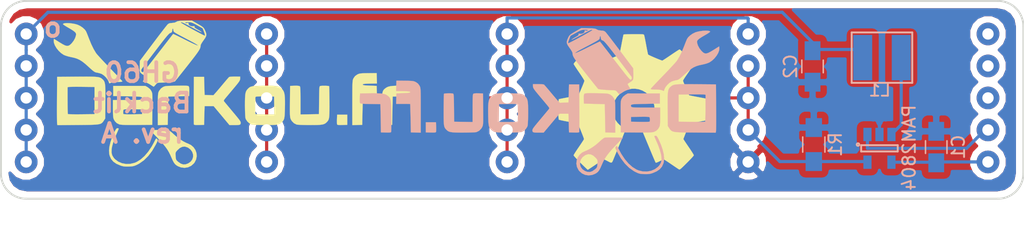
<source format=kicad_pcb>
(kicad_pcb (version 4) (host pcbnew 4.0.7+dfsg1-1)

  (general
    (links 29)
    (no_connects 0)
    (area 69.724999 99.024999 150.875001 114.875001)
    (thickness 1.6)
    (drawings 12)
    (tracks 53)
    (zones 0)
    (modules 13)
    (nets 7)
  )

  (page A4)
  (layers
    (0 F.Cu signal)
    (31 B.Cu signal)
    (32 B.Adhes user)
    (33 F.Adhes user)
    (34 B.Paste user)
    (35 F.Paste user)
    (36 B.SilkS user)
    (37 F.SilkS user)
    (38 B.Mask user)
    (39 F.Mask user)
    (40 Dwgs.User user)
    (41 Cmts.User user)
    (42 Eco1.User user)
    (43 Eco2.User user)
    (44 Edge.Cuts user)
    (45 Margin user)
    (46 B.CrtYd user)
    (47 F.CrtYd user)
    (48 B.Fab user)
    (49 F.Fab user)
  )

  (setup
    (last_trace_width 0.25)
    (trace_clearance 0.2)
    (zone_clearance 0.508)
    (zone_45_only no)
    (trace_min 0.2)
    (segment_width 0.2)
    (edge_width 0.15)
    (via_size 0.6)
    (via_drill 0.4)
    (via_min_size 0.4)
    (via_min_drill 0.3)
    (uvia_size 0.3)
    (uvia_drill 0.1)
    (uvias_allowed no)
    (uvia_min_size 0.2)
    (uvia_min_drill 0.1)
    (pcb_text_width 0.3)
    (pcb_text_size 1.5 1.5)
    (mod_edge_width 0.15)
    (mod_text_size 1 1)
    (mod_text_width 0.15)
    (pad_size 1.524 1.524)
    (pad_drill 0.762)
    (pad_to_mask_clearance 0.2)
    (aux_axis_origin 0 0)
    (grid_origin 71.8 106.8)
    (visible_elements FFFFFF7F)
    (pcbplotparams
      (layerselection 0x00030_80000001)
      (usegerberextensions false)
      (excludeedgelayer true)
      (linewidth 0.100000)
      (plotframeref false)
      (viasonmask false)
      (mode 1)
      (useauxorigin false)
      (hpglpennumber 1)
      (hpglpenspeed 20)
      (hpglpendiameter 15)
      (hpglpenoverlay 2)
      (psnegative false)
      (psa4output false)
      (plotreference true)
      (plotvalue true)
      (plotinvisibletext false)
      (padsonsilk false)
      (subtractmaskfromsilk false)
      (outputformat 1)
      (mirror false)
      (drillshape 1)
      (scaleselection 1)
      (outputdirectory ""))
  )

  (net 0 "")
  (net 1 LROW1)
  (net 2 LCOL1)
  (net 3 GND)
  (net 4 VCC)
  (net 5 GPIO2)
  (net 6 "Net-(L1-Pad1)")

  (net_class Default "This is the default net class."
    (clearance 0.2)
    (trace_width 0.25)
    (via_dia 0.6)
    (via_drill 0.4)
    (uvia_dia 0.3)
    (uvia_drill 0.1)
    (add_net GND)
    (add_net GPIO2)
    (add_net LCOL1)
    (add_net LROW1)
    (add_net "Net-(L1-Pad1)")
    (add_net VCC)
  )

  (module Footprint:darkou (layer B.Cu) (tedit 0) (tstamp 59FF8A6A)
    (at 112.5 107.1 180)
    (fp_text reference G*** (at 0 0 180) (layer B.SilkS) hide
      (effects (font (thickness 0.3)) (justify mirror))
    )
    (fp_text value LOGO (at 0.75 0 180) (layer B.SilkS) hide
      (effects (font (thickness 0.3)) (justify mirror))
    )
    (fp_poly (pts (xy -5.451669 -2.843509) (xy -5.276977 -2.847268) (xy -5.159984 -2.853774) (xy -5.125707 -2.858597)
      (xy -5.051786 -2.898211) (xy -4.937551 -2.983785) (xy -4.80175 -3.100618) (xy -4.723541 -3.173956)
      (xy -4.484862 -3.383789) (xy -4.221003 -3.580303) (xy -3.954558 -3.748587) (xy -3.708121 -3.873726)
      (xy -3.600815 -3.915009) (xy -3.344327 -4.03933) (xy -3.141009 -4.216282) (xy -2.994851 -4.432592)
      (xy -2.909839 -4.674987) (xy -2.889961 -4.930191) (xy -2.939205 -5.184931) (xy -3.061559 -5.425935)
      (xy -3.123048 -5.50535) (xy -3.333445 -5.689768) (xy -3.581231 -5.804588) (xy -3.851926 -5.847133)
      (xy -4.131054 -5.814726) (xy -4.351733 -5.732523) (xy -4.491408 -5.652162) (xy -4.602766 -5.557421)
      (xy -4.698924 -5.4313) (xy -4.792995 -5.256804) (xy -4.891396 -5.033103) (xy -4.991428 -4.805201)
      (xy -5.043083 -4.703082) (xy -4.569826 -4.703082) (xy -4.567953 -4.824765) (xy -4.561268 -4.923338)
      (xy -4.547376 -5.081567) (xy -4.525133 -5.183719) (xy -4.481672 -5.258262) (xy -4.404124 -5.333665)
      (xy -4.358252 -5.372474) (xy -4.153893 -5.514506) (xy -3.962916 -5.580041) (xy -3.768666 -5.571741)
      (xy -3.567816 -5.498806) (xy -3.371836 -5.364036) (xy -3.241902 -5.191064) (xy -3.177573 -4.994108)
      (xy -3.178408 -4.787386) (xy -3.243965 -4.585116) (xy -3.373803 -4.401515) (xy -3.567481 -4.250801)
      (xy -3.607231 -4.229213) (xy -3.818804 -4.160517) (xy -4.02505 -4.175083) (xy -4.227728 -4.273383)
      (xy -4.422008 -4.448553) (xy -4.505494 -4.544432) (xy -4.551886 -4.619456) (xy -4.569826 -4.703082)
      (xy -5.043083 -4.703082) (xy -5.095482 -4.599495) (xy -5.212423 -4.403847) (xy -5.351113 -4.206117)
      (xy -5.520416 -3.994167) (xy -5.729196 -3.755858) (xy -5.986314 -3.479053) (xy -6.155394 -3.302)
      (xy -6.582834 -2.8575) (xy -5.9055 -2.845398) (xy -5.666897 -2.842789) (xy -5.451669 -2.843509)) (layer B.SilkS) (width 0.01))
    (fp_poly (pts (xy -9.090299 -2.71995) (xy -9.06793 -2.729456) (xy -9.079089 -2.770388) (xy -9.119324 -2.870683)
      (xy -9.181515 -3.013164) (xy -9.22677 -3.112546) (xy -9.379012 -3.471116) (xy -9.502578 -3.821335)
      (xy -9.590436 -4.141423) (xy -9.630475 -4.362682) (xy -9.637938 -4.633275) (xy -9.581733 -4.860788)
      (xy -9.455281 -5.064665) (xy -9.357406 -5.169907) (xy -9.103226 -5.359368) (xy -8.807087 -5.484358)
      (xy -8.484021 -5.543023) (xy -8.149061 -5.533506) (xy -7.817236 -5.453953) (xy -7.644862 -5.381325)
      (xy -7.328091 -5.183218) (xy -7.019572 -4.907573) (xy -6.72554 -4.561496) (xy -6.452232 -4.152089)
      (xy -6.265726 -3.81) (xy -6.187286 -3.653486) (xy -6.136399 -3.561002) (xy -6.101674 -3.521398)
      (xy -6.071722 -3.523523) (xy -6.035152 -3.556229) (xy -6.021044 -3.57048) (xy -5.989681 -3.608817)
      (xy -5.980223 -3.653349) (xy -5.99704 -3.720938) (xy -6.044501 -3.828444) (xy -6.126973 -3.99273)
      (xy -6.133996 -4.006451) (xy -6.418585 -4.495361) (xy -6.733144 -4.910219) (xy -7.07565 -5.248814)
      (xy -7.44408 -5.508938) (xy -7.571943 -5.577647) (xy -7.73625 -5.654955) (xy -7.870612 -5.702817)
      (xy -8.008853 -5.729402) (xy -8.184798 -5.742877) (xy -8.270443 -5.746325) (xy -8.48582 -5.749089)
      (xy -8.651862 -5.736698) (xy -8.803214 -5.704761) (xy -8.938421 -5.661693) (xy -9.254188 -5.524423)
      (xy -9.495621 -5.356091) (xy -9.669613 -5.149525) (xy -9.783058 -4.897552) (xy -9.820969 -4.743255)
      (xy -9.838884 -4.47374) (xy -9.803606 -4.153183) (xy -9.718077 -3.793925) (xy -9.585241 -3.408307)
      (xy -9.408041 -3.008667) (xy -9.406561 -3.005666) (xy -9.323075 -2.845017) (xy -9.260918 -2.749863)
      (xy -9.209719 -2.707191) (xy -9.165167 -2.702774) (xy -9.090299 -2.71995)) (layer B.SilkS) (width 0.01))
    (fp_poly (pts (xy -11.292759 1.390238) (xy -11.058574 1.384468) (xy -10.874545 1.374185) (xy -10.732048 1.358596)
      (xy -10.622457 1.336908) (xy -10.537148 1.308331) (xy -10.467495 1.272071) (xy -10.404874 1.227337)
      (xy -10.376616 1.204169) (xy -10.307974 1.142032) (xy -10.252453 1.076758) (xy -10.208774 0.999141)
      (xy -10.175658 0.899972) (xy -10.151825 0.770044) (xy -10.135995 0.60015) (xy -10.12689 0.381083)
      (xy -10.123231 0.103635) (xy -10.123737 -0.241402) (xy -10.126499 -0.595958) (xy -10.138834 -1.932533)
      (xy -10.251473 -2.10265) (xy -10.305451 -2.182019) (xy -10.35806 -2.247575) (xy -10.417608 -2.300707)
      (xy -10.492403 -2.342805) (xy -10.590753 -2.37526) (xy -10.720967 -2.399461) (xy -10.891353 -2.4168)
      (xy -11.110218 -2.428667) (xy -11.385873 -2.436451) (xy -11.726624 -2.441543) (xy -12.14078 -2.445333)
      (xy -12.307139 -2.446629) (xy -13.925111 -2.459092) (xy -13.948731 -2.361962) (xy -13.953467 -2.300015)
      (xy -13.957345 -2.162674) (xy -13.960308 -1.959205) (xy -13.962298 -1.698878) (xy -13.963259 -1.390959)
      (xy -13.963132 -1.044718) (xy -13.961861 -0.669421) (xy -13.960593 -0.4445) (xy -13.954177 0.548721)
      (xy -13.123334 0.548721) (xy -13.123334 -0.50175) (xy -13.122213 -0.791879) (xy -13.119061 -1.053625)
      (xy -13.114195 -1.27519) (xy -13.107931 -1.444775) (xy -13.100585 -1.550581) (xy -13.094389 -1.581167)
      (xy -13.04572 -1.588726) (xy -12.924258 -1.594636) (xy -12.741862 -1.598703) (xy -12.510393 -1.600729)
      (xy -12.241712 -1.60052) (xy -12.025472 -1.598805) (xy -10.9855 -1.5875) (xy -10.9855 0.5715)
      (xy -11.959167 0.583444) (xy -12.243025 0.585889) (xy -12.502714 0.586166) (xy -12.724826 0.58442)
      (xy -12.895958 0.580793) (xy -13.002703 0.575427) (xy -13.028084 0.572054) (xy -13.123334 0.548721)
      (xy -13.954177 0.548721) (xy -13.948834 1.375834) (xy -12.3825 1.388384) (xy -11.946097 1.391404)
      (xy -11.585725 1.392285) (xy -11.292759 1.390238)) (layer B.SilkS) (width 0.01))
    (fp_poly (pts (xy -6.776307 0.550334) (xy -6.586292 0.397727) (xy -6.489939 0.256757) (xy -6.461677 0.201144)
      (xy -6.439487 0.147096) (xy -6.422738 0.084254) (xy -6.410799 0.002259) (xy -6.40304 -0.109246)
      (xy -6.398831 -0.260619) (xy -6.397539 -0.46222) (xy -6.398535 -0.724406) (xy -6.401188 -1.057537)
      (xy -6.402299 -1.182576) (xy -6.4135 -2.434166) (xy -7.641167 -2.44322) (xy -8.02468 -2.445099)
      (xy -8.332428 -2.444268) (xy -8.573279 -2.440415) (xy -8.7561 -2.433229) (xy -8.88976 -2.422397)
      (xy -8.983125 -2.407607) (xy -9.030386 -2.394328) (xy -9.221992 -2.298866) (xy -9.363037 -2.158684)
      (xy -9.444839 -2.023103) (xy -9.475355 -1.952848) (xy -9.497145 -1.870632) (xy -9.511606 -1.761513)
      (xy -9.520135 -1.610552) (xy -9.523584 -1.431058) (xy -8.719192 -1.431058) (xy -8.710811 -1.5338)
      (xy -8.69148 -1.581409) (xy -8.641492 -1.590365) (xy -8.521328 -1.596849) (xy -8.345451 -1.600521)
      (xy -8.128326 -1.601041) (xy -7.940063 -1.599048) (xy -7.217834 -1.5875) (xy -7.217834 -1.2065)
      (xy -7.934349 -1.194859) (xy -8.214847 -1.191931) (xy -8.420407 -1.193944) (xy -8.560642 -1.201441)
      (xy -8.645168 -1.214963) (xy -8.683597 -1.235052) (xy -8.685117 -1.237192) (xy -8.710377 -1.318623)
      (xy -8.719192 -1.431058) (xy -9.523584 -1.431058) (xy -9.524128 -1.402807) (xy -9.525 -1.165853)
      (xy -9.525 -0.465666) (xy -8.408351 -0.465666) (xy -8.066173 -0.465105) (xy -7.798983 -0.463053)
      (xy -7.597108 -0.458957) (xy -7.450875 -0.452264) (xy -7.35061 -0.44242) (xy -7.286641 -0.428872)
      (xy -7.249293 -0.411068) (xy -7.236056 -0.398618) (xy -7.203284 -0.31717) (xy -7.224858 -0.261034)
      (xy -7.246745 -0.239383) (xy -7.28848 -0.222092) (xy -7.359704 -0.2084) (xy -7.470057 -0.197547)
      (xy -7.629182 -0.188771) (xy -7.846718 -0.181312) (xy -8.132308 -0.174408) (xy -8.386569 -0.169333)
      (xy -9.503834 -0.148166) (xy -9.503834 0.656167) (xy -6.963834 0.656167) (xy -6.776307 0.550334)) (layer B.SilkS) (width 0.01))
    (fp_poly (pts (xy -3.771378 0.671819) (xy -3.653632 0.664466) (xy -3.578358 0.652282) (xy -3.535017 0.634735)
      (xy -3.519959 0.621415) (xy -3.490006 0.533362) (xy -3.478038 0.36378) (xy -3.480139 0.205187)
      (xy -3.4925 -0.148166) (xy -5.1435 -0.1905) (xy -5.185834 -2.434166) (xy -5.969 -2.45851)
      (xy -5.969 -1.19358) (xy -5.96882 -0.832742) (xy -5.967815 -0.546271) (xy -5.965288 -0.323866)
      (xy -5.960542 -0.155228) (xy -5.95288 -0.030056) (xy -5.941605 0.061948) (xy -5.92602 0.131087)
      (xy -5.905428 0.187658) (xy -5.879132 0.241963) (xy -5.870778 0.257925) (xy -5.723747 0.450197)
      (xy -5.585028 0.550334) (xy -5.519892 0.585291) (xy -5.456444 0.611801) (xy -5.381878 0.631259)
      (xy -5.283387 0.645061) (xy -5.148167 0.654603) (xy -4.963411 0.661279) (xy -4.716312 0.666486)
      (xy -4.484821 0.670229) (xy -4.176434 0.674167) (xy -3.942132 0.674875) (xy -3.771378 0.671819)) (layer B.SilkS) (width 0.01))
    (fp_poly (pts (xy 0.550333 1.234669) (xy 0.545516 1.171422) (xy 0.526205 1.106188) (xy 0.485108 1.027958)
      (xy 0.414934 0.925725) (xy 0.308392 0.788479) (xy 0.158192 0.605212) (xy 0.038635 0.462086)
      (xy -0.134695 0.255289) (xy -0.300101 0.057795) (xy -0.445575 -0.116048) (xy -0.559111 -0.251892)
      (xy -0.622673 -0.328134) (xy -0.706872 -0.435726) (xy -0.740925 -0.503954) (xy -0.732852 -0.554975)
      (xy -0.714612 -0.582134) (xy -0.670243 -0.636758) (xy -0.580962 -0.74487) (xy -0.456242 -0.895066)
      (xy -0.305553 -1.075941) (xy -0.138367 -1.276092) (xy -0.125758 -1.291166) (xy 0.090242 -1.549669)
      (xy 0.25794 -1.751777) (xy 0.383446 -1.905964) (xy 0.472871 -2.0207) (xy 0.532325 -2.104457)
      (xy 0.567919 -2.165708) (xy 0.585765 -2.212924) (xy 0.591972 -2.254578) (xy 0.592666 -2.287179)
      (xy 0.584808 -2.358408) (xy 0.552088 -2.406292) (xy 0.480787 -2.435351) (xy 0.357186 -2.450104)
      (xy 0.167565 -2.45507) (xy 0.082188 -2.455333) (xy -0.294366 -2.455333) (xy -0.921339 -1.703916)
      (xy -1.548312 -0.9525) (xy -2.264834 -0.9525) (xy -2.286 -1.693333) (xy -2.307167 -2.434166)
      (xy -2.699466 -2.446348) (xy -2.900662 -2.449018) (xy -3.029225 -2.441252) (xy -3.096679 -2.421869)
      (xy -3.112676 -2.404014) (xy -3.116801 -2.351454) (xy -3.120162 -2.22311) (xy -3.122714 -2.027863)
      (xy -3.124411 -1.774594) (xy -3.125207 -1.472182) (xy -3.125057 -1.129509) (xy -3.123915 -0.755454)
      (xy -3.122544 -0.486833) (xy -3.1115 1.375834) (xy -2.307167 1.375834) (xy -2.286 0.656167)
      (xy -2.264834 -0.0635) (xy -1.917678 -0.075761) (xy -1.570521 -0.088023) (xy -1.424184 0.072406)
      (xy -1.347053 0.159919) (xy -1.228963 0.29754) (xy -1.082825 0.470058) (xy -0.921552 0.662264)
      (xy -0.820853 0.783167) (xy -0.666773 0.967449) (xy -0.52948 1.129273) (xy -0.418874 1.257156)
      (xy -0.344861 1.339613) (xy -0.319513 1.364602) (xy -0.260246 1.378019) (xy -0.137161 1.388672)
      (xy 0.028901 1.395114) (xy 0.137583 1.396352) (xy 0.550333 1.397) (xy 0.550333 1.234669)) (layer B.SilkS) (width 0.01))
    (fp_poly (pts (xy 3.026433 0.672263) (xy 3.256163 0.660854) (xy 3.435329 0.638545) (xy 3.575245 0.603454)
      (xy 3.687224 0.553697) (xy 3.782579 0.487391) (xy 3.852456 0.42321) (xy 3.933133 0.33148)
      (xy 3.995666 0.229526) (xy 4.04194 0.106068) (xy 4.07384 -0.050171) (xy 4.093252 -0.250472)
      (xy 4.10206 -0.506111) (xy 4.102149 -0.828369) (xy 4.098927 -1.051469) (xy 4.091985 -1.364781)
      (xy 4.082012 -1.606312) (xy 4.066237 -1.788944) (xy 4.041888 -1.925561) (xy 4.006195 -2.029048)
      (xy 3.956385 -2.112288) (xy 3.889688 -2.188166) (xy 3.845194 -2.231062) (xy 3.763663 -2.300611)
      (xy 3.678583 -2.354189) (xy 3.577997 -2.393766) (xy 3.449947 -2.421312) (xy 3.282473 -2.438794)
      (xy 3.063618 -2.448183) (xy 2.781424 -2.451449) (xy 2.509609 -2.451011) (xy 2.206198 -2.447466)
      (xy 1.935598 -2.440187) (xy 1.710508 -2.429776) (xy 1.543629 -2.416831) (xy 1.44766 -2.401952)
      (xy 1.443308 -2.400659) (xy 1.272899 -2.309943) (xy 1.117606 -2.164709) (xy 1.005215 -1.993757)
      (xy 0.976113 -1.916382) (xy 0.962618 -1.825923) (xy 0.950755 -1.666422) (xy 0.941196 -1.453501)
      (xy 0.934608 -1.20278) (xy 0.932268 -0.985996) (xy 1.736771 -0.985996) (xy 1.738118 -1.189088)
      (xy 1.742437 -1.366759) (xy 1.749826 -1.500954) (xy 1.760383 -1.573615) (xy 1.763888 -1.580444)
      (xy 1.813496 -1.589652) (xy 1.93346 -1.597602) (xy 2.10947 -1.603765) (xy 2.327219 -1.607612)
      (xy 2.526912 -1.608666) (xy 3.261713 -1.608666) (xy 3.250106 -0.899583) (xy 3.2385 -0.1905)
      (xy 2.521985 -0.178859) (xy 2.241486 -0.175931) (xy 2.035927 -0.177944) (xy 1.895691 -0.185441)
      (xy 1.811166 -0.198963) (xy 1.772737 -0.219052) (xy 1.771216 -0.221192) (xy 1.759161 -0.280544)
      (xy 1.749591 -0.404757) (xy 1.742605 -0.575774) (xy 1.738299 -0.775539) (xy 1.736771 -0.985996)
      (xy 0.932268 -0.985996) (xy 0.931662 -0.929879) (xy 0.931569 -0.877056) (xy 0.933122 -0.543034)
      (xy 0.939402 -0.281349) (xy 0.952537 -0.079715) (xy 0.974657 0.074158) (xy 1.007889 0.192557)
      (xy 1.054363 0.287771) (xy 1.116207 0.372088) (xy 1.155603 0.416195) (xy 1.230933 0.491414)
      (xy 1.30675 0.549039) (xy 1.395577 0.591686) (xy 1.509936 0.621971) (xy 1.662348 0.64251)
      (xy 1.865334 0.655919) (xy 2.131418 0.664814) (xy 2.370028 0.66991) (xy 2.734826 0.674654)
      (xy 3.026433 0.672263)) (layer B.SilkS) (width 0.01))
    (fp_poly (pts (xy 5.211658 0.654749) (xy 5.274602 0.631595) (xy 5.293284 0.601619) (xy 5.307785 0.540398)
      (xy 5.318575 0.438888) (xy 5.326122 0.288048) (xy 5.330895 0.078832) (xy 5.333362 -0.197803)
      (xy 5.334 -0.514183) (xy 5.334 -1.610665) (xy 6.06425 -1.599082) (xy 6.7945 -1.5875)
      (xy 6.805781 -0.478881) (xy 6.80961 -0.14227) (xy 6.813898 0.11926) (xy 6.819365 0.315295)
      (xy 6.82673 0.455421) (xy 6.836714 0.549222) (xy 6.850035 0.606285) (xy 6.867413 0.636195)
      (xy 6.889569 0.648538) (xy 6.890447 0.648772) (xy 6.983853 0.661757) (xy 7.119998 0.667982)
      (xy 7.274147 0.667981) (xy 7.421566 0.662293) (xy 7.537523 0.651454) (xy 7.597284 0.636001)
      (xy 7.599841 0.633369) (xy 7.605726 0.583268) (xy 7.611359 0.459482) (xy 7.616503 0.272992)
      (xy 7.620921 0.034782) (xy 7.624376 -0.244168) (xy 7.626631 -0.552876) (xy 7.626937 -0.622142)
      (xy 7.627789 -1.000315) (xy 7.626275 -1.303887) (xy 7.621182 -1.542916) (xy 7.611299 -1.727461)
      (xy 7.595413 -1.867579) (xy 7.572314 -1.973329) (xy 7.540788 -2.054768) (xy 7.499624 -2.121956)
      (xy 7.447611 -2.184949) (xy 7.437263 -2.196334) (xy 7.357959 -2.275004) (xy 7.274102 -2.335922)
      (xy 7.174031 -2.381265) (xy 7.046082 -2.413212) (xy 6.878596 -2.43394) (xy 6.659909 -2.445627)
      (xy 6.378361 -2.450451) (xy 6.074833 -2.450764) (xy 5.795593 -2.44843) (xy 5.539126 -2.443425)
      (xy 5.319581 -2.436254) (xy 5.151106 -2.42742) (xy 5.047846 -2.41743) (xy 5.028834 -2.41349)
      (xy 4.815606 -2.306619) (xy 4.644467 -2.13372) (xy 4.574983 -2.016996) (xy 4.549412 -1.960558)
      (xy 4.529403 -1.902217) (xy 4.51439 -1.831553) (xy 4.503806 -1.738144) (xy 4.497084 -1.611573)
      (xy 4.493657 -1.441417) (xy 4.492958 -1.217258) (xy 4.49442 -0.928675) (xy 4.497266 -0.588542)
      (xy 4.5085 0.656167) (xy 4.861852 0.668529) (xy 5.068947 0.669054) (xy 5.211658 0.654749)) (layer B.SilkS) (width 0.01))
    (fp_poly (pts (xy 9.038166 -2.434166) (xy 8.645867 -2.446348) (xy 8.449432 -2.449359) (xy 8.323642 -2.442712)
      (xy 8.254868 -2.4249) (xy 8.231292 -2.400476) (xy 8.222423 -2.333263) (xy 8.218401 -2.205457)
      (xy 8.219795 -2.041024) (xy 8.221424 -1.986128) (xy 8.233833 -1.629833) (xy 9.038166 -1.629833)
      (xy 9.038166 -2.434166)) (layer B.SilkS) (width 0.01))
    (fp_poly (pts (xy 11.378601 1.260656) (xy 11.390702 0.849146) (xy 10.828268 0.837323) (xy 10.595459 0.830961)
      (xy 10.435071 0.822263) (xy 10.334861 0.809589) (xy 10.282587 0.791301) (xy 10.266006 0.765758)
      (xy 10.265833 0.762) (xy 10.279718 0.734855) (xy 10.329501 0.714692) (xy 10.427373 0.699634)
      (xy 10.585527 0.687807) (xy 10.816153 0.677334) (xy 10.816166 0.677334) (xy 11.3665 0.656167)
      (xy 11.390732 -0.169333) (xy 10.838866 -0.169333) (xy 10.632857 -0.170097) (xy 10.460407 -0.172188)
      (xy 10.337547 -0.175303) (xy 10.280311 -0.17914) (xy 10.278186 -0.179916) (xy 10.275012 -0.223307)
      (xy 10.270563 -0.340204) (xy 10.265154 -0.519461) (xy 10.259095 -0.749932) (xy 10.2527 -1.020473)
      (xy 10.246436 -1.312333) (xy 10.2235 -2.434166) (xy 9.831916 -2.446338) (xy 9.440333 -2.45851)
      (xy 9.440333 -0.68558) (xy 9.440403 -0.252002) (xy 9.440893 0.105254) (xy 9.442221 0.394533)
      (xy 9.444804 0.624177) (xy 9.449061 0.802533) (xy 9.45541 0.937943) (xy 9.464269 1.038754)
      (xy 9.476055 1.113308) (xy 9.491187 1.169951) (xy 9.510083 1.217027) (xy 9.533161 1.26288)
      (xy 9.538447 1.272887) (xy 9.659534 1.439018) (xy 9.831875 1.558935) (xy 9.912796 1.597359)
      (xy 9.993178 1.624804) (xy 10.089377 1.643289) (xy 10.217748 1.654838) (xy 10.394647 1.661468)
      (xy 10.636429 1.665203) (xy 10.696845 1.665807) (xy 11.3665 1.672167) (xy 11.378601 1.260656)) (layer B.SilkS) (width 0.01))
    (fp_poly (pts (xy 13.440833 0.667853) (xy 14.245166 0.656167) (xy 14.266333 0.30033) (xy 14.271821 0.117604)
      (xy 14.265621 -0.024517) (xy 14.248767 -0.105871) (xy 14.245166 -0.111882) (xy 14.20711 -0.133464)
      (xy 14.12334 -0.150124) (xy 13.984729 -0.16261) (xy 13.78215 -0.171666) (xy 13.506477 -0.17804)
      (xy 13.419666 -0.179378) (xy 12.6365 -0.1905) (xy 12.594166 -2.434166) (xy 12.201867 -2.446348)
      (xy 12.008164 -2.449578) (xy 11.884096 -2.443622) (xy 11.814961 -2.426756) (xy 11.78618 -2.397579)
      (xy 11.780632 -2.340924) (xy 11.776484 -2.210876) (xy 11.77382 -2.018699) (xy 11.772729 -1.775656)
      (xy 11.773297 -1.493012) (xy 11.77561 -1.182031) (xy 11.776312 -1.115398) (xy 11.78098 -0.736601)
      (xy 11.786949 -0.432513) (xy 11.796095 -0.193177) (xy 11.810296 -0.008639) (xy 11.831429 0.131059)
      (xy 11.861372 0.235871) (xy 11.902002 0.315754) (xy 11.955196 0.380664) (xy 12.022832 0.440557)
      (xy 12.077773 0.483302) (xy 12.178965 0.547963) (xy 12.299035 0.597119) (xy 12.449592 0.632345)
      (xy 12.642249 0.65521) (xy 12.888618 0.667288) (xy 13.200309 0.670151) (xy 13.440833 0.667853)) (layer B.SilkS) (width 0.01))
    (fp_poly (pts (xy -2.815167 5.579616) (xy -2.618579 5.465125) (xy -2.481402 5.378226) (xy -2.388582 5.306224)
      (xy -2.325063 5.236423) (xy -2.27579 5.156124) (xy -2.248926 5.102083) (xy -2.165411 4.909833)
      (xy -2.128115 4.759305) (xy -2.139967 4.625687) (xy -2.203892 4.484167) (xy -2.322819 4.309933)
      (xy -2.346058 4.278811) (xy -2.450625 4.130013) (xy -2.531491 3.996528) (xy -2.576749 3.898887)
      (xy -2.582334 3.871353) (xy -2.585973 3.793438) (xy -2.600125 3.715667) (xy -2.629638 3.630513)
      (xy -2.679363 3.530447) (xy -2.754148 3.407943) (xy -2.858844 3.255473) (xy -2.998299 3.06551)
      (xy -3.177364 2.830527) (xy -3.400888 2.542995) (xy -3.60938 2.277196) (xy -3.83109 1.995809)
      (xy -4.037193 1.735446) (xy -4.221664 1.503628) (xy -4.378477 1.307876) (xy -4.501605 1.155708)
      (xy -4.585024 1.054646) (xy -4.622707 1.012209) (xy -4.623477 1.011627) (xy -4.682245 0.997097)
      (xy -4.806907 0.980069) (xy -4.978789 0.962143) (xy -5.17922 0.944917) (xy -5.389526 0.929989)
      (xy -5.591033 0.918958) (xy -5.765069 0.913423) (xy -5.771664 0.913332) (xy -5.915125 0.907484)
      (xy -6.005975 0.885333) (xy -6.076234 0.833034) (xy -6.146187 0.751417) (xy -6.225831 0.659302)
      (xy -6.285037 0.603707) (xy -6.30119 0.595958) (xy -6.347849 0.619429) (xy -6.444056 0.677932)
      (xy -6.569291 0.758971) (xy -6.573535 0.761787) (xy -6.726326 0.850928) (xy -6.879803 0.920717)
      (xy -6.986285 0.952717) (xy -7.091173 0.976697) (xy -7.148994 1.002104) (xy -7.153013 1.009138)
      (xy -7.131788 1.058945) (xy -7.079518 1.153089) (xy -7.047396 1.2065) (xy -6.985547 1.312279)
      (xy -6.948041 1.386757) (xy -6.942884 1.403561) (xy -6.976141 1.438783) (xy -7.0616 1.498964)
      (xy -7.132389 1.542473) (xy -7.251833 1.623833) (xy -7.342749 1.706017) (xy -7.369052 1.741369)
      (xy -7.390862 1.830154) (xy -7.393977 1.871727) (xy -7.29091 1.871727) (xy -7.260529 1.78304)
      (xy -7.192455 1.736885) (xy -7.177672 1.735667) (xy -7.131937 1.76747) (xy -7.046151 1.854836)
      (xy -6.931207 1.985703) (xy -6.797999 2.14801) (xy -6.74759 2.211917) (xy -6.623376 2.371382)
      (xy -6.45812 2.584024) (xy -6.262542 2.836021) (xy -6.047365 3.11355) (xy -5.82331 3.402789)
      (xy -5.601097 3.689916) (xy -5.573703 3.725334) (xy -5.375036 3.982159) (xy -5.193397 4.21688)
      (xy -5.035158 4.42127) (xy -4.906693 4.5871) (xy -4.814374 4.706143) (xy -4.764573 4.770173)
      (xy -4.757716 4.778865) (xy -4.717827 4.765032) (xy -4.612948 4.717512) (xy -4.453405 4.641294)
      (xy -4.249522 4.541368) (xy -4.011626 4.422725) (xy -3.810092 4.320905) (xy -3.549204 4.190417)
      (xy -3.310491 4.07487) (xy -3.105109 3.979356) (xy -2.944217 3.908967) (xy -2.838972 3.868794)
      (xy -2.803401 3.861527) (xy -2.810817 3.885255) (xy -2.8855 3.940785) (xy -3.018748 4.022543)
      (xy -3.201854 4.12496) (xy -3.280834 4.167151) (xy -3.64671 4.360264) (xy -3.944947 4.517893)
      (xy -4.182551 4.644512) (xy -4.366528 4.744594) (xy -4.503883 4.822615) (xy -4.601622 4.883047)
      (xy -4.66675 4.930364) (xy -4.706273 4.969042) (xy -4.727197 5.003553) (xy -4.736527 5.038373)
      (xy -4.741269 5.077974) (xy -4.744215 5.101711) (xy -4.766376 5.195954) (xy -4.791595 5.209313)
      (xy -4.81604 5.14529) (xy -4.834764 5.018947) (xy -4.862934 4.922713) (xy -4.939916 4.871962)
      (xy -4.977656 4.860825) (xy -5.018429 4.842318) (xy -5.071385 4.801618) (xy -5.141359 4.732947)
      (xy -5.233185 4.630526) (xy -5.351698 4.488576) (xy -5.501732 4.301319) (xy -5.688123 4.062977)
      (xy -5.915703 3.76777) (xy -6.166208 3.440212) (xy -6.396098 3.138293) (xy -6.611014 2.854989)
      (xy -6.805263 2.597879) (xy -6.973156 2.374542) (xy -7.109003 2.192556) (xy -7.207112 2.0595)
      (xy -7.261795 1.982954) (xy -7.270379 1.969594) (xy -7.29091 1.871727) (xy -7.393977 1.871727)
      (xy -7.402553 1.986161) (xy -7.403018 2.192429) (xy -7.401581 2.240705) (xy -7.387167 2.652327)
      (xy -6.34127 4.047544) (xy -6.111744 4.352712) (xy -5.894387 4.639763) (xy -5.695208 4.9009)
      (xy -5.520219 5.128327) (xy -5.375428 5.314248) (xy -5.266848 5.450867) (xy -5.200489 5.530389)
      (xy -5.187414 5.544183) (xy -5.092839 5.610854) (xy -4.97356 5.642139) (xy -4.857478 5.648805)
      (xy -4.634386 5.679389) (xy -4.617813 5.687023) (xy -4.148667 5.687023) (xy -4.113145 5.656792)
      (xy -4.014672 5.594086) (xy -3.865392 5.505542) (xy -3.677447 5.397793) (xy -3.462977 5.277477)
      (xy -3.234127 5.151227) (xy -3.003038 5.025681) (xy -2.781852 4.907472) (xy -2.582712 4.803237)
      (xy -2.417759 4.719611) (xy -2.299136 4.66323) (xy -2.238985 4.640729) (xy -2.234672 4.64106)
      (xy -2.23308 4.687001) (xy -2.258099 4.789941) (xy -2.304409 4.928462) (xy -2.309442 4.94195)
      (xy -2.362714 5.081092) (xy -2.40373 5.183771) (xy -2.424255 5.22942) (xy -2.4248 5.230018)
      (xy -2.463216 5.251903) (xy -2.560665 5.306569) (xy -2.702187 5.385642) (xy -2.863838 5.475746)
      (xy -3.056161 5.580662) (xy -3.197063 5.649626) (xy -3.307844 5.690046) (xy -3.409804 5.70933)
      (xy -3.524243 5.714885) (xy -3.551754 5.715001) (xy -3.705893 5.707673) (xy -3.793662 5.687007)
      (xy -3.81 5.667956) (xy -3.772547 5.639833) (xy -3.665474 5.648025) (xy -3.570183 5.660677)
      (xy -3.536607 5.642699) (xy -3.542573 5.592443) (xy -3.524673 5.514817) (xy -3.446093 5.446474)
      (xy -3.330752 5.400026) (xy -3.20257 5.388083) (xy -3.164672 5.393216) (xy -3.07901 5.402815)
      (xy -3.056998 5.378364) (xy -3.06334 5.355086) (xy -3.070229 5.321249) (xy -3.05435 5.287651)
      (xy -3.003669 5.244686) (xy -2.90615 5.182744) (xy -2.749759 5.092218) (xy -2.695427 5.061373)
      (xy -2.587958 4.994726) (xy -2.523193 4.943182) (xy -2.513682 4.922875) (xy -2.556035 4.935198)
      (xy -2.660372 4.983036) (xy -2.814855 5.060448) (xy -3.007644 5.161496) (xy -3.226899 5.280238)
      (xy -3.236744 5.285652) (xy -3.535399 5.4479) (xy -3.767515 5.568885) (xy -3.938976 5.6512)
      (xy -4.055669 5.697434) (xy -4.123478 5.710177) (xy -4.148289 5.692021) (xy -4.148667 5.687023)
      (xy -4.617813 5.687023) (xy -4.510572 5.736419) (xy -4.44567 5.772437) (xy -4.364678 5.797702)
      (xy -4.250827 5.814621) (xy -4.087347 5.825599) (xy -3.857467 5.833044) (xy -3.833239 5.833616)
      (xy -3.280834 5.846398) (xy -2.815167 5.579616)) (layer B.SilkS) (width 0.01))
    (fp_poly (pts (xy -12.946758 5.632063) (xy -12.735137 5.607814) (xy -12.528041 5.569099) (xy -12.34288 5.516803)
      (xy -12.315641 5.506929) (xy -12.109682 5.406969) (xy -11.914518 5.272945) (xy -11.75488 5.124197)
      (xy -11.663823 4.997247) (xy -11.624214 4.90991) (xy -11.564418 4.765242) (xy -11.493414 4.585394)
      (xy -11.438146 4.440579) (xy -11.247133 3.971405) (xy -11.054159 3.573955) (xy -10.865752 3.259667)
      (xy -10.804499 3.182497) (xy -10.692269 3.053942) (xy -10.537395 2.883043) (xy -10.34821 2.678837)
      (xy -10.133046 2.450364) (xy -9.900237 2.206661) (xy -9.783335 2.085553) (xy -9.550781 1.844654)
      (xy -9.336546 1.621174) (xy -9.147951 1.42287) (xy -8.992314 1.257501) (xy -8.876958 1.132825)
      (xy -8.809202 1.0566) (xy -8.794685 1.037803) (xy -8.788124 1.007308) (xy -8.818929 0.98818)
      (xy -8.900697 0.977916) (xy -9.047024 0.974014) (xy -9.143257 0.973667) (xy -9.377031 0.965492)
      (xy -9.564686 0.942528) (xy -9.672268 0.913271) (xy -9.816816 0.852875) (xy -9.867009 1.004959)
      (xy -9.94907 1.164293) (xy -10.082616 1.333606) (xy -10.242748 1.486358) (xy -10.404563 1.596009)
      (xy -10.435167 1.610531) (xy -10.590505 1.66436) (xy -10.762715 1.705518) (xy -10.799974 1.711562)
      (xy -10.881714 1.727731) (xy -10.959016 1.757434) (xy -11.04507 1.809902) (xy -11.153064 1.89437)
      (xy -11.296188 2.02007) (xy -11.473247 2.18287) (xy -11.735153 2.416468) (xy -11.962664 2.594246)
      (xy -12.174329 2.726459) (xy -12.388695 2.823361) (xy -12.624311 2.895204) (xy -12.848167 2.942941)
      (xy -13.048211 2.988233) (xy -13.243151 3.046259) (xy -13.398579 3.106411) (xy -13.43127 3.122695)
      (xy -13.638614 3.263212) (xy -13.831345 3.445725) (xy -13.997326 3.653076) (xy -14.12442 3.868106)
      (xy -14.200492 4.073656) (xy -14.2157 4.231736) (xy -14.202834 4.393276) (xy -13.758334 4.113377)
      (xy -13.521374 3.969716) (xy -13.337679 3.876121) (xy -13.192905 3.83169) (xy -13.072709 3.835522)
      (xy -12.962747 3.886718) (xy -12.848675 3.984376) (xy -12.783914 4.052195) (xy -12.63274 4.249813)
      (xy -12.519064 4.464579) (xy -12.455306 4.670246) (xy -12.446001 4.766279) (xy -12.465083 4.84004)
      (xy -12.527759 4.921054) (xy -12.642167 5.015933) (xy -12.81645 5.131292) (xy -13.058748 5.273746)
      (xy -13.097609 5.295693) (xy -13.25998 5.391295) (xy -13.388885 5.47535) (xy -13.469879 5.537886)
      (xy -13.490262 5.566681) (xy -13.434655 5.609154) (xy -13.313928 5.633619) (xy -13.145492 5.640959)
      (xy -12.946758 5.632063)) (layer B.SilkS) (width 0.01))
  )

  (module Footprint:Inductor_Bourn_4mmx4mm (layer B.Cu) (tedit 56EAD789) (tstamp 59F0FC4D)
    (at 139.6 103.6 180)
    (path /59F0E354)
    (fp_text reference L1 (at 0.1778 -2.5654 180) (layer B.SilkS)
      (effects (font (size 1 1) (thickness 0.15)) (justify mirror))
    )
    (fp_text value 4.7uH (at 0 2.794 180) (layer Dwgs.User)
      (effects (font (size 1 1) (thickness 0.15)))
    )
    (fp_line (start -2.4 -2) (end -2.4 2) (layer B.SilkS) (width 0.15))
    (fp_line (start 2.4 -2) (end -2.4 -2) (layer B.SilkS) (width 0.15))
    (fp_line (start 2.4 2) (end 2.4 -2) (layer B.SilkS) (width 0.15))
    (fp_line (start -2.4 2) (end 2.4 2) (layer B.SilkS) (width 0.15))
    (pad 1 smd rect (at -1.525 0 180) (size 1.5 3.6) (layers B.Cu B.Paste B.Mask)
      (net 6 "Net-(L1-Pad1)"))
    (pad 2 smd rect (at 1.525 0 180) (size 1.5 3.6) (layers B.Cu B.Paste B.Mask)
      (net 1 LROW1))
  )

  (module Footprint:SOT-23-5 (layer B.Cu) (tedit 59F0FEE1) (tstamp 59F0FC65)
    (at 139.4 110.8 270)
    (descr "5-pin SOT23 package")
    (tags SOT-23-5)
    (path /59F0E2DC)
    (attr smd)
    (fp_text reference U1 (at 2.5908 -1.2573 360) (layer B.SilkS) hide
      (effects (font (size 1 1) (thickness 0.15)) (justify mirror))
    )
    (fp_text value PAM2804 (at -0.05 -2.35 270) (layer B.SilkS)
      (effects (font (size 1 1) (thickness 0.15)) (justify mirror))
    )
    (fp_circle (center -0.3 1.7) (end -0.2 1.7) (layer B.SilkS) (width 0.15))
    (fp_line (start 0.25 1.45) (end -0.25 1.45) (layer B.SilkS) (width 0.15))
    (fp_line (start 0.25 -1.45) (end 0.25 1.45) (layer B.SilkS) (width 0.15))
    (fp_line (start -0.25 -1.45) (end 0.25 -1.45) (layer B.SilkS) (width 0.15))
    (fp_line (start -0.25 1.45) (end -0.25 -1.45) (layer B.SilkS) (width 0.15))
    (pad 1 smd rect (at -1.1 0.95 270) (size 1.06 0.65) (layers B.Cu B.Paste B.Mask)
      (net 5 GPIO2))
    (pad 2 smd rect (at -1.1 0 270) (size 1.06 0.65) (layers B.Cu B.Paste B.Mask)
      (net 3 GND))
    (pad 3 smd rect (at -1.1 -0.95 270) (size 1.06 0.65) (layers B.Cu B.Paste B.Mask)
      (net 6 "Net-(L1-Pad1)"))
    (pad 4 smd rect (at 1.1 -0.95 270) (size 1.06 0.65) (layers B.Cu B.Paste B.Mask)
      (net 4 VCC))
    (pad 5 smd rect (at 1.1 0.95 270) (size 1.06 0.65) (layers B.Cu B.Paste B.Mask)
      (net 2 LCOL1))
    (model TO_SOT_Packages_SMD.3dshapes/SOT-23-5.wrl
      (at (xyz 0 0 0))
      (scale (xyz 1 1 1))
      (rotate (xyz 0 0 0))
    )
  )

  (module Footprint:5PIN_HEADER (layer F.Cu) (tedit 59F0F63C) (tstamp 59F10A7B)
    (at 71.8 106.8)
    (path /59F0F91D)
    (fp_text reference 5_PIN_HEADER0 (at 0 7.62) (layer F.SilkS) hide
      (effects (font (size 1 1) (thickness 0.25)))
    )
    (fp_text value 5_PIN_HEADER (at 0 -7.62) (layer F.Fab) hide
      (effects (font (size 1 1) (thickness 0.25)))
    )
    (pad 5 thru_hole circle (at 0 5.08) (size 1.8 1.8) (drill 0.9) (layers *.Cu *.Mask)
      (net 1 LROW1))
    (pad 4 thru_hole circle (at 0 2.54) (size 1.8 1.8) (drill 0.9) (layers *.Cu *.Mask)
      (net 1 LROW1))
    (pad 1 thru_hole circle (at 0 -5.08) (size 1.8 1.8) (drill 0.9) (layers *.Cu *.Mask)
      (net 1 LROW1))
    (pad 2 thru_hole circle (at 0 -2.54) (size 1.8 1.8) (drill 0.9) (layers *.Cu *.Mask)
      (net 1 LROW1))
    (pad 3 thru_hole circle (at 0 0) (size 1.8 1.8) (drill 0.9) (layers *.Cu *.Mask)
      (net 1 LROW1))
  )

  (module Footprint:5PIN_HEADER (layer F.Cu) (tedit 59F0F638) (tstamp 59F10A84)
    (at 90.85 106.8)
    (path /59F0F4BC)
    (fp_text reference 5_PIN_HEADER1 (at 0 7.62) (layer F.SilkS) hide
      (effects (font (size 1 1) (thickness 0.25)))
    )
    (fp_text value 5_PIN_HEADER (at 0 -7.62) (layer F.Fab) hide
      (effects (font (size 1 1) (thickness 0.25)))
    )
    (pad 5 thru_hole circle (at 0 5.08) (size 1.8 1.8) (drill 0.9) (layers *.Cu *.Mask)
      (net 2 LCOL1))
    (pad 4 thru_hole circle (at 0 2.54) (size 1.8 1.8) (drill 0.9) (layers *.Cu *.Mask)
      (net 2 LCOL1))
    (pad 1 thru_hole circle (at 0 -5.08) (size 1.8 1.8) (drill 0.9) (layers *.Cu *.Mask)
      (net 2 LCOL1))
    (pad 2 thru_hole circle (at 0 -2.54) (size 1.8 1.8) (drill 0.9) (layers *.Cu *.Mask)
      (net 2 LCOL1))
    (pad 3 thru_hole circle (at 0 0) (size 1.8 1.8) (drill 0.9) (layers *.Cu *.Mask)
      (net 2 LCOL1))
  )

  (module Footprint:5PIN_HEADER (layer F.Cu) (tedit 59F0F630) (tstamp 59F10A8D)
    (at 109.9 106.8)
    (path /59F0F224)
    (fp_text reference 5_PIN_HEADER2 (at 0 7.62) (layer F.SilkS) hide
      (effects (font (size 1 1) (thickness 0.25)))
    )
    (fp_text value 5_PIN_HEADER (at 0 -7.62) (layer F.Fab) hide
      (effects (font (size 1 1) (thickness 0.25)))
    )
    (pad 5 thru_hole circle (at 0 5.08) (size 1.8 1.8) (drill 0.9) (layers *.Cu *.Mask)
      (net 2 LCOL1))
    (pad 4 thru_hole circle (at 0 2.54) (size 1.8 1.8) (drill 0.9) (layers *.Cu *.Mask)
      (net 2 LCOL1))
    (pad 1 thru_hole circle (at 0 -5.08) (size 1.8 1.8) (drill 0.9) (layers *.Cu *.Mask)
      (net 2 LCOL1))
    (pad 2 thru_hole circle (at 0 -2.54) (size 1.8 1.8) (drill 0.9) (layers *.Cu *.Mask)
      (net 2 LCOL1))
    (pad 3 thru_hole circle (at 0 0) (size 1.8 1.8) (drill 0.9) (layers *.Cu *.Mask)
      (net 2 LCOL1))
  )

  (module Footprint:5PIN_HEADER (layer F.Cu) (tedit 59F0F60B) (tstamp 59F10A96)
    (at 129 106.8 180)
    (path /59F0EDCC)
    (fp_text reference 5_PIN_HEADER3 (at 0 7.62 180) (layer F.SilkS) hide
      (effects (font (size 1 1) (thickness 0.25)))
    )
    (fp_text value 5_PIN_HEADER (at 0 -7.62 180) (layer F.Fab) hide
      (effects (font (size 1 1) (thickness 0.25)))
    )
    (pad 5 thru_hole circle (at 0 5.08 180) (size 1.8 1.8) (drill 0.9) (layers *.Cu *.Mask)
      (net 2 LCOL1))
    (pad 4 thru_hole circle (at 0 2.54 180) (size 1.8 1.8) (drill 0.9) (layers *.Cu *.Mask)
      (net 2 LCOL1))
    (pad 1 thru_hole circle (at 0 -5.08 180) (size 1.8 1.8) (drill 0.9) (layers *.Cu *.Mask)
      (net 3 GND))
    (pad 2 thru_hole circle (at 0 -2.54 180) (size 1.8 1.8) (drill 0.9) (layers *.Cu *.Mask)
      (net 2 LCOL1))
    (pad 3 thru_hole circle (at 0 0 180) (size 1.8 1.8) (drill 0.9) (layers *.Cu *.Mask)
      (net 2 LCOL1))
  )

  (module Footprint:5PIN_HEADER (layer F.Cu) (tedit 59F0F5FC) (tstamp 59F10A9F)
    (at 148 106.8 180)
    (path /59F0E9FC)
    (fp_text reference 5_PIN_HEADER4 (at 0 7.62 180) (layer F.SilkS) hide
      (effects (font (size 1 1) (thickness 0.25)))
    )
    (fp_text value 5_PIN_HEADER (at 0 -7.62 180) (layer F.Fab) hide
      (effects (font (size 1 1) (thickness 0.25)))
    )
    (pad 5 thru_hole circle (at 0 5.08 180) (size 1.8 1.8) (drill 0.9) (layers *.Cu *.Mask))
    (pad 4 thru_hole circle (at 0 2.54 180) (size 1.8 1.8) (drill 0.9) (layers *.Cu *.Mask))
    (pad 1 thru_hole circle (at 0 -5.08 180) (size 1.8 1.8) (drill 0.9) (layers *.Cu *.Mask)
      (net 4 VCC))
    (pad 2 thru_hole circle (at 0 -2.54 180) (size 1.8 1.8) (drill 0.9) (layers *.Cu *.Mask)
      (net 5 GPIO2))
    (pad 3 thru_hole circle (at 0 0 180) (size 1.8 1.8) (drill 0.9) (layers *.Cu *.Mask))
  )

  (module Capacitors_SMD:C_0805_HandSoldering (layer B.Cu) (tedit 58AA84A8) (tstamp 59F11764)
    (at 143.9 110.7 90)
    (descr "Capacitor SMD 0805, hand soldering")
    (tags "capacitor 0805")
    (path /59F0E39F)
    (attr smd)
    (fp_text reference C1 (at 0 1.75 90) (layer B.SilkS)
      (effects (font (size 1 1) (thickness 0.15)) (justify mirror))
    )
    (fp_text value 10uF (at 0 -1.75 90) (layer B.Fab)
      (effects (font (size 1 1) (thickness 0.15)) (justify mirror))
    )
    (fp_text user %R (at 0 1.75 90) (layer B.Fab)
      (effects (font (size 1 1) (thickness 0.15)) (justify mirror))
    )
    (fp_line (start -1 -0.62) (end -1 0.62) (layer B.Fab) (width 0.1))
    (fp_line (start 1 -0.62) (end -1 -0.62) (layer B.Fab) (width 0.1))
    (fp_line (start 1 0.62) (end 1 -0.62) (layer B.Fab) (width 0.1))
    (fp_line (start -1 0.62) (end 1 0.62) (layer B.Fab) (width 0.1))
    (fp_line (start 0.5 0.85) (end -0.5 0.85) (layer B.SilkS) (width 0.12))
    (fp_line (start -0.5 -0.85) (end 0.5 -0.85) (layer B.SilkS) (width 0.12))
    (fp_line (start -2.25 0.88) (end 2.25 0.88) (layer B.CrtYd) (width 0.05))
    (fp_line (start -2.25 0.88) (end -2.25 -0.87) (layer B.CrtYd) (width 0.05))
    (fp_line (start 2.25 -0.87) (end 2.25 0.88) (layer B.CrtYd) (width 0.05))
    (fp_line (start 2.25 -0.87) (end -2.25 -0.87) (layer B.CrtYd) (width 0.05))
    (pad 1 smd rect (at -1.25 0 90) (size 1.5 1.25) (layers B.Cu B.Paste B.Mask)
      (net 4 VCC))
    (pad 2 smd rect (at 1.25 0 90) (size 1.5 1.25) (layers B.Cu B.Paste B.Mask)
      (net 3 GND))
    (model Capacitors_SMD.3dshapes/C_0805.wrl
      (at (xyz 0 0 0))
      (scale (xyz 1 1 1))
      (rotate (xyz 0 0 0))
    )
  )

  (module Capacitors_SMD:C_0805_HandSoldering (layer B.Cu) (tedit 58AA84A8) (tstamp 59F11769)
    (at 134.1 104.3 270)
    (descr "Capacitor SMD 0805, hand soldering")
    (tags "capacitor 0805")
    (path /59F0E3FF)
    (attr smd)
    (fp_text reference C2 (at 0 1.75 270) (layer B.SilkS)
      (effects (font (size 1 1) (thickness 0.15)) (justify mirror))
    )
    (fp_text value 10uF (at 0 -1.75 270) (layer B.Fab)
      (effects (font (size 1 1) (thickness 0.15)) (justify mirror))
    )
    (fp_text user %R (at 0 1.75 270) (layer B.Fab)
      (effects (font (size 1 1) (thickness 0.15)) (justify mirror))
    )
    (fp_line (start -1 -0.62) (end -1 0.62) (layer B.Fab) (width 0.1))
    (fp_line (start 1 -0.62) (end -1 -0.62) (layer B.Fab) (width 0.1))
    (fp_line (start 1 0.62) (end 1 -0.62) (layer B.Fab) (width 0.1))
    (fp_line (start -1 0.62) (end 1 0.62) (layer B.Fab) (width 0.1))
    (fp_line (start 0.5 0.85) (end -0.5 0.85) (layer B.SilkS) (width 0.12))
    (fp_line (start -0.5 -0.85) (end 0.5 -0.85) (layer B.SilkS) (width 0.12))
    (fp_line (start -2.25 0.88) (end 2.25 0.88) (layer B.CrtYd) (width 0.05))
    (fp_line (start -2.25 0.88) (end -2.25 -0.87) (layer B.CrtYd) (width 0.05))
    (fp_line (start 2.25 -0.87) (end 2.25 0.88) (layer B.CrtYd) (width 0.05))
    (fp_line (start 2.25 -0.87) (end -2.25 -0.87) (layer B.CrtYd) (width 0.05))
    (pad 1 smd rect (at -1.25 0 270) (size 1.5 1.25) (layers B.Cu B.Paste B.Mask)
      (net 1 LROW1))
    (pad 2 smd rect (at 1.25 0 270) (size 1.5 1.25) (layers B.Cu B.Paste B.Mask)
      (net 3 GND))
    (model Capacitors_SMD.3dshapes/C_0805.wrl
      (at (xyz 0 0 0))
      (scale (xyz 1 1 1))
      (rotate (xyz 0 0 0))
    )
  )

  (module Resistors_SMD:R_0805_HandSoldering (layer B.Cu) (tedit 58E0A804) (tstamp 59F1176E)
    (at 134.2 110.5 90)
    (descr "Resistor SMD 0805, hand soldering")
    (tags "resistor 0805")
    (path /59F0E43C)
    (attr smd)
    (fp_text reference R1 (at 0 1.7 90) (layer B.SilkS)
      (effects (font (size 1 1) (thickness 0.15)) (justify mirror))
    )
    (fp_text value R (at 0 -1.75 90) (layer B.Fab)
      (effects (font (size 1 1) (thickness 0.15)) (justify mirror))
    )
    (fp_text user %R (at 0 0 90) (layer B.Fab)
      (effects (font (size 0.5 0.5) (thickness 0.075)) (justify mirror))
    )
    (fp_line (start -1 -0.62) (end -1 0.62) (layer B.Fab) (width 0.1))
    (fp_line (start 1 -0.62) (end -1 -0.62) (layer B.Fab) (width 0.1))
    (fp_line (start 1 0.62) (end 1 -0.62) (layer B.Fab) (width 0.1))
    (fp_line (start -1 0.62) (end 1 0.62) (layer B.Fab) (width 0.1))
    (fp_line (start 0.6 -0.88) (end -0.6 -0.88) (layer B.SilkS) (width 0.12))
    (fp_line (start -0.6 0.88) (end 0.6 0.88) (layer B.SilkS) (width 0.12))
    (fp_line (start -2.35 0.9) (end 2.35 0.9) (layer B.CrtYd) (width 0.05))
    (fp_line (start -2.35 0.9) (end -2.35 -0.9) (layer B.CrtYd) (width 0.05))
    (fp_line (start 2.35 -0.9) (end 2.35 0.9) (layer B.CrtYd) (width 0.05))
    (fp_line (start 2.35 -0.9) (end -2.35 -0.9) (layer B.CrtYd) (width 0.05))
    (pad 1 smd rect (at -1.35 0 90) (size 1.5 1.3) (layers B.Cu B.Paste B.Mask)
      (net 2 LCOL1))
    (pad 2 smd rect (at 1.35 0 90) (size 1.5 1.3) (layers B.Cu B.Paste B.Mask)
      (net 3 GND))
    (model ${KISYS3DMOD}/Resistors_SMD.3dshapes/R_0805.wrl
      (at (xyz 0 0 0))
      (scale (xyz 1 1 1))
      (rotate (xyz 0 0 0))
    )
  )

  (module Footprint:darkou (layer F.Cu) (tedit 0) (tstamp 59FF8A58)
    (at 88.2 106.5)
    (fp_text reference G*** (at 0 0) (layer F.SilkS) hide
      (effects (font (thickness 0.3)))
    )
    (fp_text value LOGO (at 0.75 0) (layer F.SilkS) hide
      (effects (font (thickness 0.3)))
    )
    (fp_poly (pts (xy -5.451669 2.843509) (xy -5.276977 2.847268) (xy -5.159984 2.853774) (xy -5.125707 2.858597)
      (xy -5.051786 2.898211) (xy -4.937551 2.983785) (xy -4.80175 3.100618) (xy -4.723541 3.173956)
      (xy -4.484862 3.383789) (xy -4.221003 3.580303) (xy -3.954558 3.748587) (xy -3.708121 3.873726)
      (xy -3.600815 3.915009) (xy -3.344327 4.03933) (xy -3.141009 4.216282) (xy -2.994851 4.432592)
      (xy -2.909839 4.674987) (xy -2.889961 4.930191) (xy -2.939205 5.184931) (xy -3.061559 5.425935)
      (xy -3.123048 5.50535) (xy -3.333445 5.689768) (xy -3.581231 5.804588) (xy -3.851926 5.847133)
      (xy -4.131054 5.814726) (xy -4.351733 5.732523) (xy -4.491408 5.652162) (xy -4.602766 5.557421)
      (xy -4.698924 5.4313) (xy -4.792995 5.256804) (xy -4.891396 5.033103) (xy -4.991428 4.805201)
      (xy -5.043083 4.703082) (xy -4.569826 4.703082) (xy -4.567953 4.824765) (xy -4.561268 4.923338)
      (xy -4.547376 5.081567) (xy -4.525133 5.183719) (xy -4.481672 5.258262) (xy -4.404124 5.333665)
      (xy -4.358252 5.372474) (xy -4.153893 5.514506) (xy -3.962916 5.580041) (xy -3.768666 5.571741)
      (xy -3.567816 5.498806) (xy -3.371836 5.364036) (xy -3.241902 5.191064) (xy -3.177573 4.994108)
      (xy -3.178408 4.787386) (xy -3.243965 4.585116) (xy -3.373803 4.401515) (xy -3.567481 4.250801)
      (xy -3.607231 4.229213) (xy -3.818804 4.160517) (xy -4.02505 4.175083) (xy -4.227728 4.273383)
      (xy -4.422008 4.448553) (xy -4.505494 4.544432) (xy -4.551886 4.619456) (xy -4.569826 4.703082)
      (xy -5.043083 4.703082) (xy -5.095482 4.599495) (xy -5.212423 4.403847) (xy -5.351113 4.206117)
      (xy -5.520416 3.994167) (xy -5.729196 3.755858) (xy -5.986314 3.479053) (xy -6.155394 3.302)
      (xy -6.582834 2.8575) (xy -5.9055 2.845398) (xy -5.666897 2.842789) (xy -5.451669 2.843509)) (layer F.SilkS) (width 0.01))
    (fp_poly (pts (xy -9.090299 2.71995) (xy -9.06793 2.729456) (xy -9.079089 2.770388) (xy -9.119324 2.870683)
      (xy -9.181515 3.013164) (xy -9.22677 3.112546) (xy -9.379012 3.471116) (xy -9.502578 3.821335)
      (xy -9.590436 4.141423) (xy -9.630475 4.362682) (xy -9.637938 4.633275) (xy -9.581733 4.860788)
      (xy -9.455281 5.064665) (xy -9.357406 5.169907) (xy -9.103226 5.359368) (xy -8.807087 5.484358)
      (xy -8.484021 5.543023) (xy -8.149061 5.533506) (xy -7.817236 5.453953) (xy -7.644862 5.381325)
      (xy -7.328091 5.183218) (xy -7.019572 4.907573) (xy -6.72554 4.561496) (xy -6.452232 4.152089)
      (xy -6.265726 3.81) (xy -6.187286 3.653486) (xy -6.136399 3.561002) (xy -6.101674 3.521398)
      (xy -6.071722 3.523523) (xy -6.035152 3.556229) (xy -6.021044 3.57048) (xy -5.989681 3.608817)
      (xy -5.980223 3.653349) (xy -5.99704 3.720938) (xy -6.044501 3.828444) (xy -6.126973 3.99273)
      (xy -6.133996 4.006451) (xy -6.418585 4.495361) (xy -6.733144 4.910219) (xy -7.07565 5.248814)
      (xy -7.44408 5.508938) (xy -7.571943 5.577647) (xy -7.73625 5.654955) (xy -7.870612 5.702817)
      (xy -8.008853 5.729402) (xy -8.184798 5.742877) (xy -8.270443 5.746325) (xy -8.48582 5.749089)
      (xy -8.651862 5.736698) (xy -8.803214 5.704761) (xy -8.938421 5.661693) (xy -9.254188 5.524423)
      (xy -9.495621 5.356091) (xy -9.669613 5.149525) (xy -9.783058 4.897552) (xy -9.820969 4.743255)
      (xy -9.838884 4.47374) (xy -9.803606 4.153183) (xy -9.718077 3.793925) (xy -9.585241 3.408307)
      (xy -9.408041 3.008667) (xy -9.406561 3.005666) (xy -9.323075 2.845017) (xy -9.260918 2.749863)
      (xy -9.209719 2.707191) (xy -9.165167 2.702774) (xy -9.090299 2.71995)) (layer F.SilkS) (width 0.01))
    (fp_poly (pts (xy -11.292759 -1.390238) (xy -11.058574 -1.384468) (xy -10.874545 -1.374185) (xy -10.732048 -1.358596)
      (xy -10.622457 -1.336908) (xy -10.537148 -1.308331) (xy -10.467495 -1.272071) (xy -10.404874 -1.227337)
      (xy -10.376616 -1.204169) (xy -10.307974 -1.142032) (xy -10.252453 -1.076758) (xy -10.208774 -0.999141)
      (xy -10.175658 -0.899972) (xy -10.151825 -0.770044) (xy -10.135995 -0.60015) (xy -10.12689 -0.381083)
      (xy -10.123231 -0.103635) (xy -10.123737 0.241402) (xy -10.126499 0.595958) (xy -10.138834 1.932533)
      (xy -10.251473 2.10265) (xy -10.305451 2.182019) (xy -10.35806 2.247575) (xy -10.417608 2.300707)
      (xy -10.492403 2.342805) (xy -10.590753 2.37526) (xy -10.720967 2.399461) (xy -10.891353 2.4168)
      (xy -11.110218 2.428667) (xy -11.385873 2.436451) (xy -11.726624 2.441543) (xy -12.14078 2.445333)
      (xy -12.307139 2.446629) (xy -13.925111 2.459092) (xy -13.948731 2.361962) (xy -13.953467 2.300015)
      (xy -13.957345 2.162674) (xy -13.960308 1.959205) (xy -13.962298 1.698878) (xy -13.963259 1.390959)
      (xy -13.963132 1.044718) (xy -13.961861 0.669421) (xy -13.960593 0.4445) (xy -13.954177 -0.548721)
      (xy -13.123334 -0.548721) (xy -13.123334 0.50175) (xy -13.122213 0.791879) (xy -13.119061 1.053625)
      (xy -13.114195 1.27519) (xy -13.107931 1.444775) (xy -13.100585 1.550581) (xy -13.094389 1.581167)
      (xy -13.04572 1.588726) (xy -12.924258 1.594636) (xy -12.741862 1.598703) (xy -12.510393 1.600729)
      (xy -12.241712 1.60052) (xy -12.025472 1.598805) (xy -10.9855 1.5875) (xy -10.9855 -0.5715)
      (xy -11.959167 -0.583444) (xy -12.243025 -0.585889) (xy -12.502714 -0.586166) (xy -12.724826 -0.58442)
      (xy -12.895958 -0.580793) (xy -13.002703 -0.575427) (xy -13.028084 -0.572054) (xy -13.123334 -0.548721)
      (xy -13.954177 -0.548721) (xy -13.948834 -1.375834) (xy -12.3825 -1.388384) (xy -11.946097 -1.391404)
      (xy -11.585725 -1.392285) (xy -11.292759 -1.390238)) (layer F.SilkS) (width 0.01))
    (fp_poly (pts (xy -6.776307 -0.550334) (xy -6.586292 -0.397727) (xy -6.489939 -0.256757) (xy -6.461677 -0.201144)
      (xy -6.439487 -0.147096) (xy -6.422738 -0.084254) (xy -6.410799 -0.002259) (xy -6.40304 0.109246)
      (xy -6.398831 0.260619) (xy -6.397539 0.46222) (xy -6.398535 0.724406) (xy -6.401188 1.057537)
      (xy -6.402299 1.182576) (xy -6.4135 2.434166) (xy -7.641167 2.44322) (xy -8.02468 2.445099)
      (xy -8.332428 2.444268) (xy -8.573279 2.440415) (xy -8.7561 2.433229) (xy -8.88976 2.422397)
      (xy -8.983125 2.407607) (xy -9.030386 2.394328) (xy -9.221992 2.298866) (xy -9.363037 2.158684)
      (xy -9.444839 2.023103) (xy -9.475355 1.952848) (xy -9.497145 1.870632) (xy -9.511606 1.761513)
      (xy -9.520135 1.610552) (xy -9.523584 1.431058) (xy -8.719192 1.431058) (xy -8.710811 1.5338)
      (xy -8.69148 1.581409) (xy -8.641492 1.590365) (xy -8.521328 1.596849) (xy -8.345451 1.600521)
      (xy -8.128326 1.601041) (xy -7.940063 1.599048) (xy -7.217834 1.5875) (xy -7.217834 1.2065)
      (xy -7.934349 1.194859) (xy -8.214847 1.191931) (xy -8.420407 1.193944) (xy -8.560642 1.201441)
      (xy -8.645168 1.214963) (xy -8.683597 1.235052) (xy -8.685117 1.237192) (xy -8.710377 1.318623)
      (xy -8.719192 1.431058) (xy -9.523584 1.431058) (xy -9.524128 1.402807) (xy -9.525 1.165853)
      (xy -9.525 0.465666) (xy -8.408351 0.465666) (xy -8.066173 0.465105) (xy -7.798983 0.463053)
      (xy -7.597108 0.458957) (xy -7.450875 0.452264) (xy -7.35061 0.44242) (xy -7.286641 0.428872)
      (xy -7.249293 0.411068) (xy -7.236056 0.398618) (xy -7.203284 0.31717) (xy -7.224858 0.261034)
      (xy -7.246745 0.239383) (xy -7.28848 0.222092) (xy -7.359704 0.2084) (xy -7.470057 0.197547)
      (xy -7.629182 0.188771) (xy -7.846718 0.181312) (xy -8.132308 0.174408) (xy -8.386569 0.169333)
      (xy -9.503834 0.148166) (xy -9.503834 -0.656167) (xy -6.963834 -0.656167) (xy -6.776307 -0.550334)) (layer F.SilkS) (width 0.01))
    (fp_poly (pts (xy -3.771378 -0.671819) (xy -3.653632 -0.664466) (xy -3.578358 -0.652282) (xy -3.535017 -0.634735)
      (xy -3.519959 -0.621415) (xy -3.490006 -0.533362) (xy -3.478038 -0.36378) (xy -3.480139 -0.205187)
      (xy -3.4925 0.148166) (xy -5.1435 0.1905) (xy -5.185834 2.434166) (xy -5.969 2.45851)
      (xy -5.969 1.19358) (xy -5.96882 0.832742) (xy -5.967815 0.546271) (xy -5.965288 0.323866)
      (xy -5.960542 0.155228) (xy -5.95288 0.030056) (xy -5.941605 -0.061948) (xy -5.92602 -0.131087)
      (xy -5.905428 -0.187658) (xy -5.879132 -0.241963) (xy -5.870778 -0.257925) (xy -5.723747 -0.450197)
      (xy -5.585028 -0.550334) (xy -5.519892 -0.585291) (xy -5.456444 -0.611801) (xy -5.381878 -0.631259)
      (xy -5.283387 -0.645061) (xy -5.148167 -0.654603) (xy -4.963411 -0.661279) (xy -4.716312 -0.666486)
      (xy -4.484821 -0.670229) (xy -4.176434 -0.674167) (xy -3.942132 -0.674875) (xy -3.771378 -0.671819)) (layer F.SilkS) (width 0.01))
    (fp_poly (pts (xy 0.550333 -1.234669) (xy 0.545516 -1.171422) (xy 0.526205 -1.106188) (xy 0.485108 -1.027958)
      (xy 0.414934 -0.925725) (xy 0.308392 -0.788479) (xy 0.158192 -0.605212) (xy 0.038635 -0.462086)
      (xy -0.134695 -0.255289) (xy -0.300101 -0.057795) (xy -0.445575 0.116048) (xy -0.559111 0.251892)
      (xy -0.622673 0.328134) (xy -0.706872 0.435726) (xy -0.740925 0.503954) (xy -0.732852 0.554975)
      (xy -0.714612 0.582134) (xy -0.670243 0.636758) (xy -0.580962 0.74487) (xy -0.456242 0.895066)
      (xy -0.305553 1.075941) (xy -0.138367 1.276092) (xy -0.125758 1.291166) (xy 0.090242 1.549669)
      (xy 0.25794 1.751777) (xy 0.383446 1.905964) (xy 0.472871 2.0207) (xy 0.532325 2.104457)
      (xy 0.567919 2.165708) (xy 0.585765 2.212924) (xy 0.591972 2.254578) (xy 0.592666 2.287179)
      (xy 0.584808 2.358408) (xy 0.552088 2.406292) (xy 0.480787 2.435351) (xy 0.357186 2.450104)
      (xy 0.167565 2.45507) (xy 0.082188 2.455333) (xy -0.294366 2.455333) (xy -0.921339 1.703916)
      (xy -1.548312 0.9525) (xy -2.264834 0.9525) (xy -2.286 1.693333) (xy -2.307167 2.434166)
      (xy -2.699466 2.446348) (xy -2.900662 2.449018) (xy -3.029225 2.441252) (xy -3.096679 2.421869)
      (xy -3.112676 2.404014) (xy -3.116801 2.351454) (xy -3.120162 2.22311) (xy -3.122714 2.027863)
      (xy -3.124411 1.774594) (xy -3.125207 1.472182) (xy -3.125057 1.129509) (xy -3.123915 0.755454)
      (xy -3.122544 0.486833) (xy -3.1115 -1.375834) (xy -2.307167 -1.375834) (xy -2.286 -0.656167)
      (xy -2.264834 0.0635) (xy -1.917678 0.075761) (xy -1.570521 0.088023) (xy -1.424184 -0.072406)
      (xy -1.347053 -0.159919) (xy -1.228963 -0.29754) (xy -1.082825 -0.470058) (xy -0.921552 -0.662264)
      (xy -0.820853 -0.783167) (xy -0.666773 -0.967449) (xy -0.52948 -1.129273) (xy -0.418874 -1.257156)
      (xy -0.344861 -1.339613) (xy -0.319513 -1.364602) (xy -0.260246 -1.378019) (xy -0.137161 -1.388672)
      (xy 0.028901 -1.395114) (xy 0.137583 -1.396352) (xy 0.550333 -1.397) (xy 0.550333 -1.234669)) (layer F.SilkS) (width 0.01))
    (fp_poly (pts (xy 3.026433 -0.672263) (xy 3.256163 -0.660854) (xy 3.435329 -0.638545) (xy 3.575245 -0.603454)
      (xy 3.687224 -0.553697) (xy 3.782579 -0.487391) (xy 3.852456 -0.42321) (xy 3.933133 -0.33148)
      (xy 3.995666 -0.229526) (xy 4.04194 -0.106068) (xy 4.07384 0.050171) (xy 4.093252 0.250472)
      (xy 4.10206 0.506111) (xy 4.102149 0.828369) (xy 4.098927 1.051469) (xy 4.091985 1.364781)
      (xy 4.082012 1.606312) (xy 4.066237 1.788944) (xy 4.041888 1.925561) (xy 4.006195 2.029048)
      (xy 3.956385 2.112288) (xy 3.889688 2.188166) (xy 3.845194 2.231062) (xy 3.763663 2.300611)
      (xy 3.678583 2.354189) (xy 3.577997 2.393766) (xy 3.449947 2.421312) (xy 3.282473 2.438794)
      (xy 3.063618 2.448183) (xy 2.781424 2.451449) (xy 2.509609 2.451011) (xy 2.206198 2.447466)
      (xy 1.935598 2.440187) (xy 1.710508 2.429776) (xy 1.543629 2.416831) (xy 1.44766 2.401952)
      (xy 1.443308 2.400659) (xy 1.272899 2.309943) (xy 1.117606 2.164709) (xy 1.005215 1.993757)
      (xy 0.976113 1.916382) (xy 0.962618 1.825923) (xy 0.950755 1.666422) (xy 0.941196 1.453501)
      (xy 0.934608 1.20278) (xy 0.932268 0.985996) (xy 1.736771 0.985996) (xy 1.738118 1.189088)
      (xy 1.742437 1.366759) (xy 1.749826 1.500954) (xy 1.760383 1.573615) (xy 1.763888 1.580444)
      (xy 1.813496 1.589652) (xy 1.93346 1.597602) (xy 2.10947 1.603765) (xy 2.327219 1.607612)
      (xy 2.526912 1.608666) (xy 3.261713 1.608666) (xy 3.250106 0.899583) (xy 3.2385 0.1905)
      (xy 2.521985 0.178859) (xy 2.241486 0.175931) (xy 2.035927 0.177944) (xy 1.895691 0.185441)
      (xy 1.811166 0.198963) (xy 1.772737 0.219052) (xy 1.771216 0.221192) (xy 1.759161 0.280544)
      (xy 1.749591 0.404757) (xy 1.742605 0.575774) (xy 1.738299 0.775539) (xy 1.736771 0.985996)
      (xy 0.932268 0.985996) (xy 0.931662 0.929879) (xy 0.931569 0.877056) (xy 0.933122 0.543034)
      (xy 0.939402 0.281349) (xy 0.952537 0.079715) (xy 0.974657 -0.074158) (xy 1.007889 -0.192557)
      (xy 1.054363 -0.287771) (xy 1.116207 -0.372088) (xy 1.155603 -0.416195) (xy 1.230933 -0.491414)
      (xy 1.30675 -0.549039) (xy 1.395577 -0.591686) (xy 1.509936 -0.621971) (xy 1.662348 -0.64251)
      (xy 1.865334 -0.655919) (xy 2.131418 -0.664814) (xy 2.370028 -0.66991) (xy 2.734826 -0.674654)
      (xy 3.026433 -0.672263)) (layer F.SilkS) (width 0.01))
    (fp_poly (pts (xy 5.211658 -0.654749) (xy 5.274602 -0.631595) (xy 5.293284 -0.601619) (xy 5.307785 -0.540398)
      (xy 5.318575 -0.438888) (xy 5.326122 -0.288048) (xy 5.330895 -0.078832) (xy 5.333362 0.197803)
      (xy 5.334 0.514183) (xy 5.334 1.610665) (xy 6.06425 1.599082) (xy 6.7945 1.5875)
      (xy 6.805781 0.478881) (xy 6.80961 0.14227) (xy 6.813898 -0.11926) (xy 6.819365 -0.315295)
      (xy 6.82673 -0.455421) (xy 6.836714 -0.549222) (xy 6.850035 -0.606285) (xy 6.867413 -0.636195)
      (xy 6.889569 -0.648538) (xy 6.890447 -0.648772) (xy 6.983853 -0.661757) (xy 7.119998 -0.667982)
      (xy 7.274147 -0.667981) (xy 7.421566 -0.662293) (xy 7.537523 -0.651454) (xy 7.597284 -0.636001)
      (xy 7.599841 -0.633369) (xy 7.605726 -0.583268) (xy 7.611359 -0.459482) (xy 7.616503 -0.272992)
      (xy 7.620921 -0.034782) (xy 7.624376 0.244168) (xy 7.626631 0.552876) (xy 7.626937 0.622142)
      (xy 7.627789 1.000315) (xy 7.626275 1.303887) (xy 7.621182 1.542916) (xy 7.611299 1.727461)
      (xy 7.595413 1.867579) (xy 7.572314 1.973329) (xy 7.540788 2.054768) (xy 7.499624 2.121956)
      (xy 7.447611 2.184949) (xy 7.437263 2.196334) (xy 7.357959 2.275004) (xy 7.274102 2.335922)
      (xy 7.174031 2.381265) (xy 7.046082 2.413212) (xy 6.878596 2.43394) (xy 6.659909 2.445627)
      (xy 6.378361 2.450451) (xy 6.074833 2.450764) (xy 5.795593 2.44843) (xy 5.539126 2.443425)
      (xy 5.319581 2.436254) (xy 5.151106 2.42742) (xy 5.047846 2.41743) (xy 5.028834 2.41349)
      (xy 4.815606 2.306619) (xy 4.644467 2.13372) (xy 4.574983 2.016996) (xy 4.549412 1.960558)
      (xy 4.529403 1.902217) (xy 4.51439 1.831553) (xy 4.503806 1.738144) (xy 4.497084 1.611573)
      (xy 4.493657 1.441417) (xy 4.492958 1.217258) (xy 4.49442 0.928675) (xy 4.497266 0.588542)
      (xy 4.5085 -0.656167) (xy 4.861852 -0.668529) (xy 5.068947 -0.669054) (xy 5.211658 -0.654749)) (layer F.SilkS) (width 0.01))
    (fp_poly (pts (xy 9.038166 2.434166) (xy 8.645867 2.446348) (xy 8.449432 2.449359) (xy 8.323642 2.442712)
      (xy 8.254868 2.4249) (xy 8.231292 2.400476) (xy 8.222423 2.333263) (xy 8.218401 2.205457)
      (xy 8.219795 2.041024) (xy 8.221424 1.986128) (xy 8.233833 1.629833) (xy 9.038166 1.629833)
      (xy 9.038166 2.434166)) (layer F.SilkS) (width 0.01))
    (fp_poly (pts (xy 11.378601 -1.260656) (xy 11.390702 -0.849146) (xy 10.828268 -0.837323) (xy 10.595459 -0.830961)
      (xy 10.435071 -0.822263) (xy 10.334861 -0.809589) (xy 10.282587 -0.791301) (xy 10.266006 -0.765758)
      (xy 10.265833 -0.762) (xy 10.279718 -0.734855) (xy 10.329501 -0.714692) (xy 10.427373 -0.699634)
      (xy 10.585527 -0.687807) (xy 10.816153 -0.677334) (xy 10.816166 -0.677334) (xy 11.3665 -0.656167)
      (xy 11.390732 0.169333) (xy 10.838866 0.169333) (xy 10.632857 0.170097) (xy 10.460407 0.172188)
      (xy 10.337547 0.175303) (xy 10.280311 0.17914) (xy 10.278186 0.179916) (xy 10.275012 0.223307)
      (xy 10.270563 0.340204) (xy 10.265154 0.519461) (xy 10.259095 0.749932) (xy 10.2527 1.020473)
      (xy 10.246436 1.312333) (xy 10.2235 2.434166) (xy 9.831916 2.446338) (xy 9.440333 2.45851)
      (xy 9.440333 0.68558) (xy 9.440403 0.252002) (xy 9.440893 -0.105254) (xy 9.442221 -0.394533)
      (xy 9.444804 -0.624177) (xy 9.449061 -0.802533) (xy 9.45541 -0.937943) (xy 9.464269 -1.038754)
      (xy 9.476055 -1.113308) (xy 9.491187 -1.169951) (xy 9.510083 -1.217027) (xy 9.533161 -1.26288)
      (xy 9.538447 -1.272887) (xy 9.659534 -1.439018) (xy 9.831875 -1.558935) (xy 9.912796 -1.597359)
      (xy 9.993178 -1.624804) (xy 10.089377 -1.643289) (xy 10.217748 -1.654838) (xy 10.394647 -1.661468)
      (xy 10.636429 -1.665203) (xy 10.696845 -1.665807) (xy 11.3665 -1.672167) (xy 11.378601 -1.260656)) (layer F.SilkS) (width 0.01))
    (fp_poly (pts (xy 13.440833 -0.667853) (xy 14.245166 -0.656167) (xy 14.266333 -0.30033) (xy 14.271821 -0.117604)
      (xy 14.265621 0.024517) (xy 14.248767 0.105871) (xy 14.245166 0.111882) (xy 14.20711 0.133464)
      (xy 14.12334 0.150124) (xy 13.984729 0.16261) (xy 13.78215 0.171666) (xy 13.506477 0.17804)
      (xy 13.419666 0.179378) (xy 12.6365 0.1905) (xy 12.594166 2.434166) (xy 12.201867 2.446348)
      (xy 12.008164 2.449578) (xy 11.884096 2.443622) (xy 11.814961 2.426756) (xy 11.78618 2.397579)
      (xy 11.780632 2.340924) (xy 11.776484 2.210876) (xy 11.77382 2.018699) (xy 11.772729 1.775656)
      (xy 11.773297 1.493012) (xy 11.77561 1.182031) (xy 11.776312 1.115398) (xy 11.78098 0.736601)
      (xy 11.786949 0.432513) (xy 11.796095 0.193177) (xy 11.810296 0.008639) (xy 11.831429 -0.131059)
      (xy 11.861372 -0.235871) (xy 11.902002 -0.315754) (xy 11.955196 -0.380664) (xy 12.022832 -0.440557)
      (xy 12.077773 -0.483302) (xy 12.178965 -0.547963) (xy 12.299035 -0.597119) (xy 12.449592 -0.632345)
      (xy 12.642249 -0.65521) (xy 12.888618 -0.667288) (xy 13.200309 -0.670151) (xy 13.440833 -0.667853)) (layer F.SilkS) (width 0.01))
    (fp_poly (pts (xy -2.815167 -5.579616) (xy -2.618579 -5.465125) (xy -2.481402 -5.378226) (xy -2.388582 -5.306224)
      (xy -2.325063 -5.236423) (xy -2.27579 -5.156124) (xy -2.248926 -5.102083) (xy -2.165411 -4.909833)
      (xy -2.128115 -4.759305) (xy -2.139967 -4.625687) (xy -2.203892 -4.484167) (xy -2.322819 -4.309933)
      (xy -2.346058 -4.278811) (xy -2.450625 -4.130013) (xy -2.531491 -3.996528) (xy -2.576749 -3.898887)
      (xy -2.582334 -3.871353) (xy -2.585973 -3.793438) (xy -2.600125 -3.715667) (xy -2.629638 -3.630513)
      (xy -2.679363 -3.530447) (xy -2.754148 -3.407943) (xy -2.858844 -3.255473) (xy -2.998299 -3.06551)
      (xy -3.177364 -2.830527) (xy -3.400888 -2.542995) (xy -3.60938 -2.277196) (xy -3.83109 -1.995809)
      (xy -4.037193 -1.735446) (xy -4.221664 -1.503628) (xy -4.378477 -1.307876) (xy -4.501605 -1.155708)
      (xy -4.585024 -1.054646) (xy -4.622707 -1.012209) (xy -4.623477 -1.011627) (xy -4.682245 -0.997097)
      (xy -4.806907 -0.980069) (xy -4.978789 -0.962143) (xy -5.17922 -0.944917) (xy -5.389526 -0.929989)
      (xy -5.591033 -0.918958) (xy -5.765069 -0.913423) (xy -5.771664 -0.913332) (xy -5.915125 -0.907484)
      (xy -6.005975 -0.885333) (xy -6.076234 -0.833034) (xy -6.146187 -0.751417) (xy -6.225831 -0.659302)
      (xy -6.285037 -0.603707) (xy -6.30119 -0.595958) (xy -6.347849 -0.619429) (xy -6.444056 -0.677932)
      (xy -6.569291 -0.758971) (xy -6.573535 -0.761787) (xy -6.726326 -0.850928) (xy -6.879803 -0.920717)
      (xy -6.986285 -0.952717) (xy -7.091173 -0.976697) (xy -7.148994 -1.002104) (xy -7.153013 -1.009138)
      (xy -7.131788 -1.058945) (xy -7.079518 -1.153089) (xy -7.047396 -1.2065) (xy -6.985547 -1.312279)
      (xy -6.948041 -1.386757) (xy -6.942884 -1.403561) (xy -6.976141 -1.438783) (xy -7.0616 -1.498964)
      (xy -7.132389 -1.542473) (xy -7.251833 -1.623833) (xy -7.342749 -1.706017) (xy -7.369052 -1.741369)
      (xy -7.390862 -1.830154) (xy -7.393977 -1.871727) (xy -7.29091 -1.871727) (xy -7.260529 -1.78304)
      (xy -7.192455 -1.736885) (xy -7.177672 -1.735667) (xy -7.131937 -1.76747) (xy -7.046151 -1.854836)
      (xy -6.931207 -1.985703) (xy -6.797999 -2.14801) (xy -6.74759 -2.211917) (xy -6.623376 -2.371382)
      (xy -6.45812 -2.584024) (xy -6.262542 -2.836021) (xy -6.047365 -3.11355) (xy -5.82331 -3.402789)
      (xy -5.601097 -3.689916) (xy -5.573703 -3.725334) (xy -5.375036 -3.982159) (xy -5.193397 -4.21688)
      (xy -5.035158 -4.42127) (xy -4.906693 -4.5871) (xy -4.814374 -4.706143) (xy -4.764573 -4.770173)
      (xy -4.757716 -4.778865) (xy -4.717827 -4.765032) (xy -4.612948 -4.717512) (xy -4.453405 -4.641294)
      (xy -4.249522 -4.541368) (xy -4.011626 -4.422725) (xy -3.810092 -4.320905) (xy -3.549204 -4.190417)
      (xy -3.310491 -4.07487) (xy -3.105109 -3.979356) (xy -2.944217 -3.908967) (xy -2.838972 -3.868794)
      (xy -2.803401 -3.861527) (xy -2.810817 -3.885255) (xy -2.8855 -3.940785) (xy -3.018748 -4.022543)
      (xy -3.201854 -4.12496) (xy -3.280834 -4.167151) (xy -3.64671 -4.360264) (xy -3.944947 -4.517893)
      (xy -4.182551 -4.644512) (xy -4.366528 -4.744594) (xy -4.503883 -4.822615) (xy -4.601622 -4.883047)
      (xy -4.66675 -4.930364) (xy -4.706273 -4.969042) (xy -4.727197 -5.003553) (xy -4.736527 -5.038373)
      (xy -4.741269 -5.077974) (xy -4.744215 -5.101711) (xy -4.766376 -5.195954) (xy -4.791595 -5.209313)
      (xy -4.81604 -5.14529) (xy -4.834764 -5.018947) (xy -4.862934 -4.922713) (xy -4.939916 -4.871962)
      (xy -4.977656 -4.860825) (xy -5.018429 -4.842318) (xy -5.071385 -4.801618) (xy -5.141359 -4.732947)
      (xy -5.233185 -4.630526) (xy -5.351698 -4.488576) (xy -5.501732 -4.301319) (xy -5.688123 -4.062977)
      (xy -5.915703 -3.76777) (xy -6.166208 -3.440212) (xy -6.396098 -3.138293) (xy -6.611014 -2.854989)
      (xy -6.805263 -2.597879) (xy -6.973156 -2.374542) (xy -7.109003 -2.192556) (xy -7.207112 -2.0595)
      (xy -7.261795 -1.982954) (xy -7.270379 -1.969594) (xy -7.29091 -1.871727) (xy -7.393977 -1.871727)
      (xy -7.402553 -1.986161) (xy -7.403018 -2.192429) (xy -7.401581 -2.240705) (xy -7.387167 -2.652327)
      (xy -6.34127 -4.047544) (xy -6.111744 -4.352712) (xy -5.894387 -4.639763) (xy -5.695208 -4.9009)
      (xy -5.520219 -5.128327) (xy -5.375428 -5.314248) (xy -5.266848 -5.450867) (xy -5.200489 -5.530389)
      (xy -5.187414 -5.544183) (xy -5.092839 -5.610854) (xy -4.97356 -5.642139) (xy -4.857478 -5.648805)
      (xy -4.634386 -5.679389) (xy -4.617813 -5.687023) (xy -4.148667 -5.687023) (xy -4.113145 -5.656792)
      (xy -4.014672 -5.594086) (xy -3.865392 -5.505542) (xy -3.677447 -5.397793) (xy -3.462977 -5.277477)
      (xy -3.234127 -5.151227) (xy -3.003038 -5.025681) (xy -2.781852 -4.907472) (xy -2.582712 -4.803237)
      (xy -2.417759 -4.719611) (xy -2.299136 -4.66323) (xy -2.238985 -4.640729) (xy -2.234672 -4.64106)
      (xy -2.23308 -4.687001) (xy -2.258099 -4.789941) (xy -2.304409 -4.928462) (xy -2.309442 -4.94195)
      (xy -2.362714 -5.081092) (xy -2.40373 -5.183771) (xy -2.424255 -5.22942) (xy -2.4248 -5.230018)
      (xy -2.463216 -5.251903) (xy -2.560665 -5.306569) (xy -2.702187 -5.385642) (xy -2.863838 -5.475746)
      (xy -3.056161 -5.580662) (xy -3.197063 -5.649626) (xy -3.307844 -5.690046) (xy -3.409804 -5.70933)
      (xy -3.524243 -5.714885) (xy -3.551754 -5.715001) (xy -3.705893 -5.707673) (xy -3.793662 -5.687007)
      (xy -3.81 -5.667956) (xy -3.772547 -5.639833) (xy -3.665474 -5.648025) (xy -3.570183 -5.660677)
      (xy -3.536607 -5.642699) (xy -3.542573 -5.592443) (xy -3.524673 -5.514817) (xy -3.446093 -5.446474)
      (xy -3.330752 -5.400026) (xy -3.20257 -5.388083) (xy -3.164672 -5.393216) (xy -3.07901 -5.402815)
      (xy -3.056998 -5.378364) (xy -3.06334 -5.355086) (xy -3.070229 -5.321249) (xy -3.05435 -5.287651)
      (xy -3.003669 -5.244686) (xy -2.90615 -5.182744) (xy -2.749759 -5.092218) (xy -2.695427 -5.061373)
      (xy -2.587958 -4.994726) (xy -2.523193 -4.943182) (xy -2.513682 -4.922875) (xy -2.556035 -4.935198)
      (xy -2.660372 -4.983036) (xy -2.814855 -5.060448) (xy -3.007644 -5.161496) (xy -3.226899 -5.280238)
      (xy -3.236744 -5.285652) (xy -3.535399 -5.4479) (xy -3.767515 -5.568885) (xy -3.938976 -5.6512)
      (xy -4.055669 -5.697434) (xy -4.123478 -5.710177) (xy -4.148289 -5.692021) (xy -4.148667 -5.687023)
      (xy -4.617813 -5.687023) (xy -4.510572 -5.736419) (xy -4.44567 -5.772437) (xy -4.364678 -5.797702)
      (xy -4.250827 -5.814621) (xy -4.087347 -5.825599) (xy -3.857467 -5.833044) (xy -3.833239 -5.833616)
      (xy -3.280834 -5.846398) (xy -2.815167 -5.579616)) (layer F.SilkS) (width 0.01))
    (fp_poly (pts (xy -12.946758 -5.632063) (xy -12.735137 -5.607814) (xy -12.528041 -5.569099) (xy -12.34288 -5.516803)
      (xy -12.315641 -5.506929) (xy -12.109682 -5.406969) (xy -11.914518 -5.272945) (xy -11.75488 -5.124197)
      (xy -11.663823 -4.997247) (xy -11.624214 -4.90991) (xy -11.564418 -4.765242) (xy -11.493414 -4.585394)
      (xy -11.438146 -4.440579) (xy -11.247133 -3.971405) (xy -11.054159 -3.573955) (xy -10.865752 -3.259667)
      (xy -10.804499 -3.182497) (xy -10.692269 -3.053942) (xy -10.537395 -2.883043) (xy -10.34821 -2.678837)
      (xy -10.133046 -2.450364) (xy -9.900237 -2.206661) (xy -9.783335 -2.085553) (xy -9.550781 -1.844654)
      (xy -9.336546 -1.621174) (xy -9.147951 -1.42287) (xy -8.992314 -1.257501) (xy -8.876958 -1.132825)
      (xy -8.809202 -1.0566) (xy -8.794685 -1.037803) (xy -8.788124 -1.007308) (xy -8.818929 -0.98818)
      (xy -8.900697 -0.977916) (xy -9.047024 -0.974014) (xy -9.143257 -0.973667) (xy -9.377031 -0.965492)
      (xy -9.564686 -0.942528) (xy -9.672268 -0.913271) (xy -9.816816 -0.852875) (xy -9.867009 -1.004959)
      (xy -9.94907 -1.164293) (xy -10.082616 -1.333606) (xy -10.242748 -1.486358) (xy -10.404563 -1.596009)
      (xy -10.435167 -1.610531) (xy -10.590505 -1.66436) (xy -10.762715 -1.705518) (xy -10.799974 -1.711562)
      (xy -10.881714 -1.727731) (xy -10.959016 -1.757434) (xy -11.04507 -1.809902) (xy -11.153064 -1.89437)
      (xy -11.296188 -2.02007) (xy -11.473247 -2.18287) (xy -11.735153 -2.416468) (xy -11.962664 -2.594246)
      (xy -12.174329 -2.726459) (xy -12.388695 -2.823361) (xy -12.624311 -2.895204) (xy -12.848167 -2.942941)
      (xy -13.048211 -2.988233) (xy -13.243151 -3.046259) (xy -13.398579 -3.106411) (xy -13.43127 -3.122695)
      (xy -13.638614 -3.263212) (xy -13.831345 -3.445725) (xy -13.997326 -3.653076) (xy -14.12442 -3.868106)
      (xy -14.200492 -4.073656) (xy -14.2157 -4.231736) (xy -14.202834 -4.393276) (xy -13.758334 -4.113377)
      (xy -13.521374 -3.969716) (xy -13.337679 -3.876121) (xy -13.192905 -3.83169) (xy -13.072709 -3.835522)
      (xy -12.962747 -3.886718) (xy -12.848675 -3.984376) (xy -12.783914 -4.052195) (xy -12.63274 -4.249813)
      (xy -12.519064 -4.464579) (xy -12.455306 -4.670246) (xy -12.446001 -4.766279) (xy -12.465083 -4.84004)
      (xy -12.527759 -4.921054) (xy -12.642167 -5.015933) (xy -12.81645 -5.131292) (xy -13.058748 -5.273746)
      (xy -13.097609 -5.295693) (xy -13.25998 -5.391295) (xy -13.388885 -5.47535) (xy -13.469879 -5.537886)
      (xy -13.490262 -5.566681) (xy -13.434655 -5.609154) (xy -13.313928 -5.633619) (xy -13.145492 -5.640959)
      (xy -12.946758 -5.632063)) (layer F.SilkS) (width 0.01))
  )

  (module Footprint:OPEN-HARDWARE (layer F.Cu) (tedit 0) (tstamp 5A06BD78)
    (at 119.9 107.2)
    (fp_text reference G*** (at 0 0) (layer F.SilkS) hide
      (effects (font (thickness 0.3)))
    )
    (fp_text value LOGO (at 0.75 0) (layer F.SilkS) hide
      (effects (font (thickness 0.3)))
    )
    (fp_poly (pts (xy 0.278585 -5.460888) (xy 0.466982 -5.460108) (xy 0.607113 -5.458) (xy 0.706595 -5.453903)
      (xy 0.773044 -5.447155) (xy 0.814077 -5.437094) (xy 0.837311 -5.423059) (xy 0.850363 -5.40439)
      (xy 0.856948 -5.389563) (xy 0.871192 -5.338479) (xy 0.894469 -5.234841) (xy 0.924742 -5.088622)
      (xy 0.959976 -4.909795) (xy 0.998133 -4.708335) (xy 1.017158 -4.605045) (xy 1.055657 -4.398078)
      (xy 1.091909 -4.210663) (xy 1.123957 -4.052329) (xy 1.149845 -3.932609) (xy 1.167617 -3.861033)
      (xy 1.17292 -3.846147) (xy 1.207745 -3.822475) (xy 1.290235 -3.780396) (xy 1.408973 -3.724783)
      (xy 1.552545 -3.660509) (xy 1.709535 -3.592446) (xy 1.868529 -3.525467) (xy 2.01811 -3.464445)
      (xy 2.146864 -3.414251) (xy 2.243376 -3.379759) (xy 2.296231 -3.365841) (xy 2.298339 -3.365763)
      (xy 2.333289 -3.383115) (xy 2.412897 -3.431758) (xy 2.529639 -3.5068) (xy 2.675991 -3.603351)
      (xy 2.844428 -3.716517) (xy 2.98205 -3.810263) (xy 3.162155 -3.932733) (xy 3.325824 -4.042276)
      (xy 3.465543 -4.134004) (xy 3.573799 -4.203031) (xy 3.643077 -4.244467) (xy 3.665015 -4.2545)
      (xy 3.699011 -4.232608) (xy 3.768941 -4.172) (xy 3.867303 -4.080278) (xy 3.986593 -3.965044)
      (xy 4.119307 -3.833902) (xy 4.257943 -3.694452) (xy 4.394998 -3.554298) (xy 4.522967 -3.421042)
      (xy 4.634348 -3.302287) (xy 4.721637 -3.205634) (xy 4.777332 -3.138685) (xy 4.79425 -3.110355)
      (xy 4.779686 -3.070036) (xy 4.735069 -2.990179) (xy 4.659003 -2.868642) (xy 4.550096 -2.703287)
      (xy 4.406954 -2.491974) (xy 4.228185 -2.232565) (xy 4.13999 -2.105664) (xy 4.058138 -1.984121)
      (xy 3.992081 -1.878392) (xy 3.949352 -1.801036) (xy 3.937 -1.767187) (xy 3.949008 -1.726773)
      (xy 3.981843 -1.639595) (xy 4.030716 -1.516993) (xy 4.090841 -1.370307) (xy 4.157431 -1.210878)
      (xy 4.225698 -1.050046) (xy 4.290854 -0.899153) (xy 4.348114 -0.769539) (xy 4.39269 -0.672544)
      (xy 4.419794 -0.619509) (xy 4.423884 -0.613782) (xy 4.458476 -0.603526) (xy 4.546655 -0.58365)
      (xy 4.67955 -0.555973) (xy 4.848287 -0.522314) (xy 5.043993 -0.484493) (xy 5.176266 -0.459512)
      (xy 5.386297 -0.419834) (xy 5.576759 -0.383175) (xy 5.738336 -0.351382) (xy 5.861713 -0.326304)
      (xy 5.937575 -0.309789) (xy 5.956448 -0.304744) (xy 5.970393 -0.289261) (xy 5.981199 -0.250336)
      (xy 5.989226 -0.181255) (xy 5.994834 -0.075302) (xy 5.998384 0.074238) (xy 6.000235 0.27408)
      (xy 6.000749 0.520738) (xy 6.000454 0.769092) (xy 5.999238 0.961282) (xy 5.996608 1.104646)
      (xy 5.992069 1.206519) (xy 5.985127 1.274238) (xy 5.975289 1.315139) (xy 5.96206 1.336556)
      (xy 5.945187 1.345757) (xy 5.890159 1.358534) (xy 5.79025 1.378643) (xy 5.663146 1.402585)
      (xy 5.603875 1.413304) (xy 5.294504 1.469202) (xy 5.042684 1.516327) (xy 4.843247 1.555838)
      (xy 4.691024 1.588893) (xy 4.580848 1.616653) (xy 4.50755 1.640276) (xy 4.465964 1.660923)
      (xy 4.455023 1.671042) (xy 4.433247 1.713083) (xy 4.393407 1.801955) (xy 4.340055 1.926472)
      (xy 4.277745 2.075445) (xy 4.211028 2.237686) (xy 4.144457 2.402006) (xy 4.082585 2.557217)
      (xy 4.029964 2.692132) (xy 3.991147 2.795562) (xy 3.970686 2.856319) (xy 3.96866 2.866315)
      (xy 3.985941 2.898462) (xy 4.034346 2.975095) (xy 4.1088 3.08853) (xy 4.204226 3.231082)
      (xy 4.315548 3.395066) (xy 4.3815 3.491301) (xy 4.499863 3.665926) (xy 4.604971 3.825744)
      (xy 4.691682 3.962546) (xy 4.754856 4.068122) (xy 4.789352 4.134262) (xy 4.79425 4.150422)
      (xy 4.772166 4.18984) (xy 4.709425 4.26732) (xy 4.611289 4.377071) (xy 4.483025 4.513299)
      (xy 4.329894 4.670209) (xy 4.241717 4.758521) (xy 4.069227 4.929494) (xy 3.935539 5.060203)
      (xy 3.834751 5.155481) (xy 3.76096 5.22016) (xy 3.708264 5.259073) (xy 3.670758 5.277053)
      (xy 3.642542 5.278932) (xy 3.617711 5.269542) (xy 3.617595 5.26948) (xy 3.570484 5.240371)
      (xy 3.48017 5.181156) (xy 3.355661 5.097872) (xy 3.205967 4.996557) (xy 3.040096 4.883245)
      (xy 2.997459 4.853958) (xy 2.831734 4.741261) (xy 2.682247 4.641995) (xy 2.557343 4.561509)
      (xy 2.465367 4.505151) (xy 2.414663 4.478269) (xy 2.408857 4.47675) (xy 2.365004 4.490623)
      (xy 2.279263 4.527978) (xy 2.165775 4.582418) (xy 2.086074 4.622773) (xy 1.95866 4.684584)
      (xy 1.856599 4.726362) (xy 1.79153 4.743677) (xy 1.77553 4.74098) (xy 1.756818 4.705634)
      (xy 1.717249 4.618984) (xy 1.660039 4.488487) (xy 1.588408 4.321599) (xy 1.505573 4.125774)
      (xy 1.414753 3.908469) (xy 1.380145 3.825019) (xy 1.278544 3.579675) (xy 1.176337 3.333146)
      (xy 1.078415 3.097204) (xy 0.989666 2.883624) (xy 0.91498 2.70418) (xy 0.859246 2.570644)
      (xy 0.855538 2.561784) (xy 0.796116 2.416651) (xy 0.747002 2.290601) (xy 0.712937 2.196245)
      (xy 0.698659 2.146196) (xy 0.6985 2.143883) (xy 0.722765 2.106089) (xy 0.78696 2.045075)
      (xy 0.87818 1.972845) (xy 0.896937 1.959248) (xy 1.173909 1.730337) (xy 1.390911 1.48172)
      (xy 1.548846 1.211769) (xy 1.648617 0.918855) (xy 1.691126 0.601353) (xy 1.692901 0.523875)
      (xy 1.666445 0.206339) (xy 1.58352 -0.08541) (xy 1.442067 -0.356528) (xy 1.240025 -0.612173)
      (xy 1.238443 -0.613866) (xy 1.001063 -0.823737) (xy 0.736356 -0.980391) (xy 0.452129 -1.083506)
      (xy 0.156188 -1.132762) (xy -0.14366 -1.127835) (xy -0.439608 -1.068405) (xy -0.723849 -0.95415)
      (xy -0.988577 -0.784747) (xy -1.078549 -0.709348) (xy -1.299509 -0.471329) (xy -1.463112 -0.206144)
      (xy -1.568903 0.085179) (xy -1.616423 0.401613) (xy -1.61925 0.504673) (xy -1.596612 0.82188)
      (xy -1.526353 1.106279) (xy -1.404956 1.364475) (xy -1.228905 1.603072) (xy -0.994683 1.828676)
      (xy -0.85653 1.937283) (xy -0.756427 2.016349) (xy -0.679865 2.086067) (xy -0.638807 2.135153)
      (xy -0.635 2.146225) (xy -0.64677 2.18522) (xy -0.680206 2.275721) (xy -0.732502 2.41064)
      (xy -0.800852 2.582889) (xy -0.882448 2.785378) (xy -0.974483 3.011021) (xy -1.051865 3.198907)
      (xy -1.155104 3.448707) (xy -1.254857 3.690395) (xy -1.347427 3.914991) (xy -1.429119 4.113514)
      (xy -1.496235 4.276985) (xy -1.545079 4.396422) (xy -1.564798 4.445) (xy -1.624849 4.59166)
      (xy -1.672571 4.685263) (xy -1.721006 4.730962) (xy -1.783196 4.733912) (xy -1.872182 4.699267)
      (xy -2.001008 4.632179) (xy -2.016964 4.623682) (xy -2.139066 4.560843) (xy -2.24267 4.511419)
      (xy -2.313491 4.482023) (xy -2.334309 4.47675) (xy -2.371317 4.493976) (xy -2.452608 4.542282)
      (xy -2.570252 4.616604) (xy -2.716318 4.71188) (xy -2.882878 4.823049) (xy -2.980886 4.8895)
      (xy -3.154203 5.007021) (xy -3.310107 5.111521) (xy -3.440951 5.197976) (xy -3.539087 5.261357)
      (xy -3.59687 5.296639) (xy -3.608792 5.30225) (xy -3.636614 5.280781) (xy -3.702871 5.220445)
      (xy -3.801169 5.12735) (xy -3.925113 5.007602) (xy -4.068311 4.867308) (xy -4.181006 4.755749)
      (xy -4.333794 4.60168) (xy -4.470259 4.459889) (xy -4.584195 4.337166) (xy -4.6694 4.240301)
      (xy -4.719669 4.176085) (xy -4.730751 4.154049) (xy -4.713325 4.112936) (xy -4.664489 4.028079)
      (xy -4.589399 3.907644) (xy -4.493214 3.759798) (xy -4.381093 3.59271) (xy -4.318933 3.501987)
      (xy -4.200804 3.329179) (xy -4.095829 3.172549) (xy -4.009146 3.040019) (xy -3.945896 2.939512)
      (xy -3.911218 2.878949) (xy -3.906183 2.865816) (xy -3.917522 2.820702) (xy -3.949322 2.728611)
      (xy -3.996989 2.600912) (xy -4.055927 2.448975) (xy -4.121542 2.28417) (xy -4.189238 2.117868)
      (xy -4.25442 1.961439) (xy -4.312495 1.826251) (xy -4.358866 1.723676) (xy -4.388938 1.665084)
      (xy -4.394607 1.657229) (xy -4.436373 1.639822) (xy -4.531267 1.613845) (xy -4.669829 1.58145)
      (xy -4.842597 1.54479) (xy -5.040111 1.506013) (xy -5.146342 1.486295) (xy -5.352674 1.447706)
      (xy -5.539019 1.410908) (xy -5.695932 1.377925) (xy -5.81397 1.35078) (xy -5.883687 1.331496)
      (xy -5.897563 1.325365) (xy -5.911381 1.283905) (xy -5.922549 1.19046) (xy -5.931092 1.05548)
      (xy -5.937037 0.889414) (xy -5.94041 0.702714) (xy -5.941237 0.505828) (xy -5.939545 0.309207)
      (xy -5.935358 0.123299) (xy -5.928704 -0.041444) (xy -5.919609 -0.174574) (xy -5.908098 -0.26564)
      (xy -5.894199 -0.304193) (xy -5.893484 -0.304538) (xy -5.85093 -0.314918) (xy -5.755223 -0.334948)
      (xy -5.615663 -0.36279) (xy -5.441549 -0.396607) (xy -5.242182 -0.43456) (xy -5.112698 -0.458853)
      (xy -4.903767 -0.498755) (xy -4.715674 -0.536426) (xy -4.557435 -0.569917) (xy -4.438064 -0.597281)
      (xy -4.366578 -0.616568) (xy -4.350251 -0.623625) (xy -4.326225 -0.665243) (xy -4.283939 -0.753897)
      (xy -4.228269 -0.877954) (xy -4.164094 -1.025779) (xy -4.096288 -1.185738) (xy -4.029731 -1.346197)
      (xy -3.969297 -1.495523) (xy -3.919865 -1.62208) (xy -3.886311 -1.714235) (xy -3.873513 -1.760354)
      (xy -3.8735 -1.760921) (xy -3.890864 -1.802149) (xy -3.939557 -1.887277) (xy -4.014484 -2.008195)
      (xy -4.110546 -2.156792) (xy -4.222648 -2.324954) (xy -4.290389 -2.42444) (xy -4.410115 -2.600422)
      (xy -4.517819 -2.761517) (xy -4.608176 -2.899533) (xy -4.675864 -3.006281) (xy -4.715559 -3.073572)
      (xy -4.723525 -3.090778) (xy -4.716555 -3.122829) (xy -4.681057 -3.177737) (xy -4.613426 -3.259614)
      (xy -4.510056 -3.372576) (xy -4.367342 -3.520735) (xy -4.187914 -3.701965) (xy -4.033766 -3.854754)
      (xy -3.892999 -3.991342) (xy -3.772182 -4.105593) (xy -3.677882 -4.191368) (xy -3.616669 -4.242531)
      (xy -3.596539 -4.2545) (xy -3.560307 -4.237125) (xy -3.479752 -4.18833) (xy -3.36257 -4.113113)
      (xy -3.216458 -4.016473) (xy -3.049113 -3.903408) (xy -2.929449 -3.821302) (xy -2.751503 -3.699283)
      (xy -2.589112 -3.589469) (xy -2.450123 -3.497044) (xy -2.342383 -3.42719) (xy -2.273737 -3.385088)
      (xy -2.253727 -3.375038) (xy -2.210553 -3.38249) (xy -2.120705 -3.410443) (xy -1.995843 -3.454308)
      (xy -1.847624 -3.509495) (xy -1.687708 -3.571415) (xy -1.527754 -3.635478) (xy -1.37942 -3.697095)
      (xy -1.254365 -3.751676) (xy -1.164249 -3.794632) (xy -1.121267 -3.820831) (xy -1.105231 -3.861163)
      (xy -1.080072 -3.955048) (xy -1.047808 -4.093524) (xy -1.010456 -4.267628) (xy -0.970035 -4.468399)
      (xy -0.939141 -4.629888) (xy -0.898562 -4.844091) (xy -0.860914 -5.037855) (xy -0.82799 -5.202342)
      (xy -0.801585 -5.328711) (xy -0.783492 -5.408122) (xy -0.776438 -5.431576) (xy -0.740472 -5.440057)
      (xy -0.648777 -5.447474) (xy -0.509119 -5.453544) (xy -0.329264 -5.457984) (xy -0.116979 -5.460514)
      (xy 0.034304 -5.461) (xy 0.278585 -5.460888)) (layer F.SilkS) (width 0.01))
  )

  (gr_text o (at 73.9 101.2) (layer B.SilkS)
    (effects (font (size 1.5 1.5) (thickness 0.3)) (justify mirror))
  )
  (gr_text "GH60\nBacklit\nrev. A" (at 81 107.2) (layer B.SilkS)
    (effects (font (size 1.5 1.5) (thickness 0.3)) (justify mirror))
  )
  (gr_line (start 150.8 112.8) (end 150.8 101.1) (angle 90) (layer Edge.Cuts) (width 0.15))
  (gr_line (start 69.8 101.1) (end 69.8 112.8) (angle 90) (layer Edge.Cuts) (width 0.15))
  (gr_line (start 148.8 99.1) (end 71.8 99.1) (angle 90) (layer Edge.Cuts) (width 0.15))
  (gr_line (start 71.8 114.8) (end 148.8 114.8) (angle 90) (layer Edge.Cuts) (width 0.15))
  (gr_arc (start 71.8 112.8) (end 71.8 114.8) (angle 90) (layer Edge.Cuts) (width 0.15))
  (gr_arc (start 148.8 112.8) (end 150.8 112.8) (angle 90) (layer Edge.Cuts) (width 0.15))
  (gr_arc (start 148.8 101.1) (end 148.8 99.1) (angle 90) (layer Edge.Cuts) (width 0.15))
  (gr_arc (start 71.8 101.1) (end 69.8 101.1) (angle 90) (layer Edge.Cuts) (width 0.15))
  (dimension 19.05 (width 0.3) (layer Cmts.User)
    (gr_text "19.050 mm" (at 81.325 119.6) (layer Cmts.User)
      (effects (font (size 1.5 1.5) (thickness 0.3)))
    )
    (feature1 (pts (xy 90.85 106.8) (xy 90.85 120.95)))
    (feature2 (pts (xy 71.8 106.8) (xy 71.8 120.95)))
    (crossbar (pts (xy 71.8 118.25) (xy 90.85 118.25)))
    (arrow1a (pts (xy 90.85 118.25) (xy 89.723496 118.836421)))
    (arrow1b (pts (xy 90.85 118.25) (xy 89.723496 117.663579)))
    (arrow2a (pts (xy 71.8 118.25) (xy 72.926504 118.836421)))
    (arrow2b (pts (xy 71.8 118.25) (xy 72.926504 117.663579)))
  )
  (gr_line (start 71.8 106.8) (end 71.8 111.8) (angle 90) (layer Cmts.User) (width 0.2))

  (segment (start 134.1 103.05) (end 134.1 102.4) (width 0.25) (layer B.Cu) (net 1) (status C00000))
  (segment (start 134.1 102.4) (end 131.7 100) (width 0.25) (layer B.Cu) (net 1) (tstamp 59F1CB78) (status 400000))
  (segment (start 73.52 100) (end 71.8 101.72) (width 0.25) (layer B.Cu) (net 1) (tstamp 59F1CB7B) (status 800000))
  (segment (start 131.7 100) (end 73.52 100) (width 0.25) (layer B.Cu) (net 1) (tstamp 59F1CB79))
  (segment (start 134.05 103) (end 134.1 103.05) (width 0.25) (layer B.Cu) (net 1) (tstamp 59F195CE))
  (segment (start 134.1 102.95) (end 137.425 102.95) (width 0.25) (layer B.Cu) (net 1))
  (segment (start 137.425 102.95) (end 138.075 103.6) (width 0.25) (layer B.Cu) (net 1) (tstamp 59F195B1))
  (segment (start 71.8 101.72) (end 71.8 103) (width 0.25) (layer B.Cu) (net 1))
  (segment (start 71.8 103) (end 71.8 104.26) (width 0.25) (layer B.Cu) (net 1) (tstamp 59F195CC))
  (segment (start 71.8 104.26) (end 71.8 106.8) (width 0.25) (layer B.Cu) (net 1) (tstamp 59F11820))
  (segment (start 71.8 106.8) (end 71.8 109.34) (width 0.25) (layer B.Cu) (net 1) (tstamp 59F11821))
  (segment (start 71.8 109.34) (end 71.8 111.88) (width 0.25) (layer B.Cu) (net 1) (tstamp 59F11822))
  (segment (start 112.3 100.450002) (end 109.9 100.450002) (width 0.25) (layer B.Cu) (net 2))
  (segment (start 109.9 100.450002) (end 109.9 101.72) (width 0.25) (layer B.Cu) (net 2) (tstamp 59F1CB8D) (status 800000))
  (segment (start 109.9 101.72) (end 109.9 100.9) (width 0.25) (layer B.Cu) (net 2) (status C00000))
  (segment (start 129 100.5) (end 129 101.72) (width 0.25) (layer B.Cu) (net 2) (tstamp 59F1CB87) (status 800000))
  (segment (start 128.950002 100.450002) (end 129 100.5) (width 0.25) (layer B.Cu) (net 2) (tstamp 59F1CB84))
  (segment (start 112.3 100.450002) (end 128.950002 100.450002) (width 0.25) (layer B.Cu) (net 2) (tstamp 59F1CB8B))
  (segment (start 134.2 111.85) (end 138.4 111.85) (width 0.25) (layer B.Cu) (net 2))
  (segment (start 138.4 111.85) (end 138.45 111.9) (width 0.25) (layer B.Cu) (net 2) (tstamp 59F19639))
  (segment (start 129 106.8) (end 129 109.34) (width 0.25) (layer F.Cu) (net 2))
  (segment (start 129 104.26) (end 129 106.8) (width 0.25) (layer F.Cu) (net 2))
  (segment (start 134.2 111.85) (end 131.51 111.85) (width 0.25) (layer B.Cu) (net 2))
  (segment (start 131.51 111.85) (end 129 109.34) (width 0.25) (layer B.Cu) (net 2) (tstamp 59F19575))
  (segment (start 134.25 111.9) (end 134.2 111.85) (width 0.25) (layer B.Cu) (net 2) (tstamp 59F0FEB7))
  (segment (start 109.9 106.8) (end 90.85 106.8) (width 0.25) (layer F.Cu) (net 2))
  (segment (start 109.9 109.34) (end 109.9 111.88) (width 0.25) (layer F.Cu) (net 2))
  (segment (start 109.9 106.8) (end 109.9 109.34) (width 0.25) (layer F.Cu) (net 2))
  (segment (start 109.9 104.26) (end 109.9 106.8) (width 0.25) (layer F.Cu) (net 2))
  (segment (start 90.85 111.88) (end 90.85 109.34) (width 0.25) (layer F.Cu) (net 2))
  (segment (start 90.85 106.8) (end 90.85 109.34) (width 0.25) (layer F.Cu) (net 2))
  (segment (start 90.85 104.26) (end 90.85 106.8) (width 0.25) (layer F.Cu) (net 2))
  (segment (start 109.9 106.8) (end 128.95 106.8) (width 0.25) (layer F.Cu) (net 2))
  (segment (start 90.85 101.72) (end 90.85 104.26) (width 0.25) (layer F.Cu) (net 2))
  (segment (start 109.9 101.72) (end 109.9 104.26) (width 0.25) (layer F.Cu) (net 2))
  (segment (start 139.4 109.7) (end 139.4 107.3) (width 0.25) (layer B.Cu) (net 3))
  (segment (start 134.1 105.15) (end 133.95 105.15) (width 0.25) (layer B.Cu) (net 3))
  (segment (start 144.35 109) (end 144.3 109.05) (width 0.25) (layer B.Cu) (net 3) (tstamp 59F0FE76))
  (segment (start 144.25 109) (end 144.3 109.05) (width 0.25) (layer B.Cu) (net 3) (tstamp 59F118A3))
  (segment (start 140.35 111.9) (end 143.85 111.9) (width 0.25) (layer B.Cu) (net 4))
  (segment (start 143.85 111.9) (end 143.9 111.95) (width 0.25) (layer B.Cu) (net 4) (tstamp 59F1963D))
  (segment (start 148 111.88) (end 143.97 111.88) (width 0.25) (layer B.Cu) (net 4))
  (segment (start 143.97 111.88) (end 143.9 111.95) (width 0.25) (layer B.Cu) (net 4) (tstamp 59F19616))
  (segment (start 143.85 111.9) (end 143.9 111.95) (width 0.25) (layer B.Cu) (net 4) (tstamp 59F19613))
  (segment (start 138.45 109.7) (end 138.45 110.8) (width 0.25) (layer B.Cu) (net 5))
  (segment (start 138.45 110.8) (end 138.5 110.8) (width 0.25) (layer B.Cu) (net 5) (tstamp 59F19632))
  (segment (start 146.3 110.8) (end 147.76 109.34) (width 0.25) (layer B.Cu) (net 5) (tstamp 59F1960E))
  (segment (start 145.8 110.8) (end 146.3 110.8) (width 0.25) (layer B.Cu) (net 5) (tstamp 59F1960D))
  (segment (start 145.3 110.8) (end 145.8 110.8) (width 0.25) (layer B.Cu) (net 5) (tstamp 59F1960C))
  (segment (start 138.5 110.8) (end 145.3 110.8) (width 0.25) (layer B.Cu) (net 5) (tstamp 59F19635))
  (segment (start 147.76 109.34) (end 148 109.34) (width 0.25) (layer B.Cu) (net 5) (tstamp 59F1960F))
  (segment (start 141.125 103.6) (end 141.125 108.925) (width 0.25) (layer B.Cu) (net 6))
  (segment (start 141.125 108.925) (end 140.35 109.7) (width 0.25) (layer B.Cu) (net 6) (tstamp 59F19640))

  (zone (net 3) (net_name GND) (layer F.Cu) (tstamp 59F0FD8D) (hatch edge 0.508)
    (connect_pads (clearance 0.508))
    (min_thickness 0.254)
    (fill yes (arc_segments 16) (thermal_gap 0.508) (thermal_bridge_width 0.508))
    (polygon
      (pts
        (xy 150.8 114.8) (xy 69.8 114.8) (xy 69.8 99.1) (xy 150.8 99.1)
      )
    )
    (filled_polygon
      (pts
        (xy 149.288338 99.921046) (xy 149.702333 100.197669) (xy 149.978953 100.61166) (xy 150.09 101.169931) (xy 150.09 112.730069)
        (xy 149.978953 113.28834) (xy 149.702333 113.702331) (xy 149.288338 113.978954) (xy 148.730069 114.09) (xy 71.869931 114.09)
        (xy 71.31166 113.978953) (xy 70.897669 113.702333) (xy 70.621046 113.288338) (xy 70.517549 112.768023) (xy 70.929357 113.180551)
        (xy 71.49333 113.414733) (xy 72.103991 113.415265) (xy 72.668371 113.182068) (xy 73.100551 112.750643) (xy 73.334733 112.18667)
        (xy 73.335265 111.576009) (xy 73.102068 111.011629) (xy 72.700818 110.609677) (xy 73.100551 110.210643) (xy 73.334733 109.64667)
        (xy 73.335265 109.036009) (xy 73.102068 108.471629) (xy 72.700818 108.069677) (xy 73.100551 107.670643) (xy 73.334733 107.10667)
        (xy 73.335265 106.496009) (xy 73.102068 105.931629) (xy 72.700818 105.529677) (xy 73.100551 105.130643) (xy 73.334733 104.56667)
        (xy 73.335265 103.956009) (xy 73.102068 103.391629) (xy 72.700818 102.989677) (xy 73.100551 102.590643) (xy 73.334733 102.02667)
        (xy 73.334735 102.023991) (xy 89.314735 102.023991) (xy 89.547932 102.588371) (xy 89.949182 102.990323) (xy 89.549449 103.389357)
        (xy 89.315267 103.95333) (xy 89.314735 104.563991) (xy 89.547932 105.128371) (xy 89.949182 105.530323) (xy 89.549449 105.929357)
        (xy 89.315267 106.49333) (xy 89.314735 107.103991) (xy 89.547932 107.668371) (xy 89.949182 108.070323) (xy 89.549449 108.469357)
        (xy 89.315267 109.03333) (xy 89.314735 109.643991) (xy 89.547932 110.208371) (xy 89.949182 110.610323) (xy 89.549449 111.009357)
        (xy 89.315267 111.57333) (xy 89.314735 112.183991) (xy 89.547932 112.748371) (xy 89.979357 113.180551) (xy 90.54333 113.414733)
        (xy 91.153991 113.415265) (xy 91.718371 113.182068) (xy 92.150551 112.750643) (xy 92.384733 112.18667) (xy 92.385265 111.576009)
        (xy 92.152068 111.011629) (xy 91.750818 110.609677) (xy 92.150551 110.210643) (xy 92.384733 109.64667) (xy 92.385265 109.036009)
        (xy 92.152068 108.471629) (xy 91.750818 108.069677) (xy 92.150551 107.670643) (xy 92.196494 107.56) (xy 108.553154 107.56)
        (xy 108.597932 107.668371) (xy 108.999182 108.070323) (xy 108.599449 108.469357) (xy 108.365267 109.03333) (xy 108.364735 109.643991)
        (xy 108.597932 110.208371) (xy 108.999182 110.610323) (xy 108.599449 111.009357) (xy 108.365267 111.57333) (xy 108.364735 112.183991)
        (xy 108.597932 112.748371) (xy 109.029357 113.180551) (xy 109.59333 113.414733) (xy 110.203991 113.415265) (xy 110.768371 113.182068)
        (xy 110.990668 112.960159) (xy 128.099446 112.960159) (xy 128.185852 113.216643) (xy 128.759336 113.426458) (xy 129.36946 113.400839)
        (xy 129.814148 113.216643) (xy 129.900554 112.960159) (xy 129 112.059605) (xy 128.099446 112.960159) (xy 110.990668 112.960159)
        (xy 111.200551 112.750643) (xy 111.434733 112.18667) (xy 111.435209 111.639336) (xy 127.453542 111.639336) (xy 127.479161 112.24946)
        (xy 127.663357 112.694148) (xy 127.919841 112.780554) (xy 128.820395 111.88) (xy 129.179605 111.88) (xy 130.080159 112.780554)
        (xy 130.336643 112.694148) (xy 130.546458 112.120664) (xy 130.520839 111.51054) (xy 130.336643 111.065852) (xy 130.080159 110.979446)
        (xy 129.179605 111.88) (xy 128.820395 111.88) (xy 127.919841 110.979446) (xy 127.663357 111.065852) (xy 127.453542 111.639336)
        (xy 111.435209 111.639336) (xy 111.435265 111.576009) (xy 111.202068 111.011629) (xy 110.800818 110.609677) (xy 111.200551 110.210643)
        (xy 111.434733 109.64667) (xy 111.435265 109.036009) (xy 111.202068 108.471629) (xy 110.800818 108.069677) (xy 111.200551 107.670643)
        (xy 111.246494 107.56) (xy 127.653154 107.56) (xy 127.697932 107.668371) (xy 128.099182 108.070323) (xy 127.699449 108.469357)
        (xy 127.465267 109.03333) (xy 127.464735 109.643991) (xy 127.697932 110.208371) (xy 128.129357 110.640551) (xy 128.150194 110.649203)
        (xy 128.099446 110.799841) (xy 129 111.700395) (xy 129.900554 110.799841) (xy 129.849965 110.649673) (xy 129.868371 110.642068)
        (xy 130.300551 110.210643) (xy 130.534733 109.64667) (xy 130.535265 109.036009) (xy 130.302068 108.471629) (xy 129.900818 108.069677)
        (xy 130.300551 107.670643) (xy 130.534733 107.10667) (xy 130.535265 106.496009) (xy 130.302068 105.931629) (xy 129.900818 105.529677)
        (xy 130.300551 105.130643) (xy 130.534733 104.56667) (xy 130.535265 103.956009) (xy 130.302068 103.391629) (xy 129.900818 102.989677)
        (xy 130.300551 102.590643) (xy 130.534733 102.02667) (xy 130.534735 102.023991) (xy 146.464735 102.023991) (xy 146.697932 102.588371)
        (xy 147.099182 102.990323) (xy 146.699449 103.389357) (xy 146.465267 103.95333) (xy 146.464735 104.563991) (xy 146.697932 105.128371)
        (xy 147.099182 105.530323) (xy 146.699449 105.929357) (xy 146.465267 106.49333) (xy 146.464735 107.103991) (xy 146.697932 107.668371)
        (xy 147.099182 108.070323) (xy 146.699449 108.469357) (xy 146.465267 109.03333) (xy 146.464735 109.643991) (xy 146.697932 110.208371)
        (xy 147.099182 110.610323) (xy 146.699449 111.009357) (xy 146.465267 111.57333) (xy 146.464735 112.183991) (xy 146.697932 112.748371)
        (xy 147.129357 113.180551) (xy 147.69333 113.414733) (xy 148.303991 113.415265) (xy 148.868371 113.182068) (xy 149.300551 112.750643)
        (xy 149.534733 112.18667) (xy 149.535265 111.576009) (xy 149.302068 111.011629) (xy 148.900818 110.609677) (xy 149.300551 110.210643)
        (xy 149.534733 109.64667) (xy 149.535265 109.036009) (xy 149.302068 108.471629) (xy 148.900818 108.069677) (xy 149.300551 107.670643)
        (xy 149.534733 107.10667) (xy 149.535265 106.496009) (xy 149.302068 105.931629) (xy 148.900818 105.529677) (xy 149.300551 105.130643)
        (xy 149.534733 104.56667) (xy 149.535265 103.956009) (xy 149.302068 103.391629) (xy 148.900818 102.989677) (xy 149.300551 102.590643)
        (xy 149.534733 102.02667) (xy 149.535265 101.416009) (xy 149.302068 100.851629) (xy 148.870643 100.419449) (xy 148.30667 100.185267)
        (xy 147.696009 100.184735) (xy 147.131629 100.417932) (xy 146.699449 100.849357) (xy 146.465267 101.41333) (xy 146.464735 102.023991)
        (xy 130.534735 102.023991) (xy 130.535265 101.416009) (xy 130.302068 100.851629) (xy 129.870643 100.419449) (xy 129.30667 100.185267)
        (xy 128.696009 100.184735) (xy 128.131629 100.417932) (xy 127.699449 100.849357) (xy 127.465267 101.41333) (xy 127.464735 102.023991)
        (xy 127.697932 102.588371) (xy 128.099182 102.990323) (xy 127.699449 103.389357) (xy 127.465267 103.95333) (xy 127.464735 104.563991)
        (xy 127.697932 105.128371) (xy 128.099182 105.530323) (xy 127.699449 105.929357) (xy 127.653506 106.04) (xy 111.246846 106.04)
        (xy 111.202068 105.931629) (xy 110.800818 105.529677) (xy 111.200551 105.130643) (xy 111.434733 104.56667) (xy 111.435265 103.956009)
        (xy 111.202068 103.391629) (xy 110.800818 102.989677) (xy 111.200551 102.590643) (xy 111.434733 102.02667) (xy 111.435265 101.416009)
        (xy 111.202068 100.851629) (xy 110.770643 100.419449) (xy 110.20667 100.185267) (xy 109.596009 100.184735) (xy 109.031629 100.417932)
        (xy 108.599449 100.849357) (xy 108.365267 101.41333) (xy 108.364735 102.023991) (xy 108.597932 102.588371) (xy 108.999182 102.990323)
        (xy 108.599449 103.389357) (xy 108.365267 103.95333) (xy 108.364735 104.563991) (xy 108.597932 105.128371) (xy 108.999182 105.530323)
        (xy 108.599449 105.929357) (xy 108.553506 106.04) (xy 92.196846 106.04) (xy 92.152068 105.931629) (xy 91.750818 105.529677)
        (xy 92.150551 105.130643) (xy 92.384733 104.56667) (xy 92.385265 103.956009) (xy 92.152068 103.391629) (xy 91.750818 102.989677)
        (xy 92.150551 102.590643) (xy 92.384733 102.02667) (xy 92.385265 101.416009) (xy 92.152068 100.851629) (xy 91.720643 100.419449)
        (xy 91.15667 100.185267) (xy 90.546009 100.184735) (xy 89.981629 100.417932) (xy 89.549449 100.849357) (xy 89.315267 101.41333)
        (xy 89.314735 102.023991) (xy 73.334735 102.023991) (xy 73.335265 101.416009) (xy 73.102068 100.851629) (xy 72.670643 100.419449)
        (xy 72.10667 100.185267) (xy 71.496009 100.184735) (xy 70.931629 100.417932) (xy 70.592178 100.75679) (xy 70.621046 100.611662)
        (xy 70.897669 100.197667) (xy 71.31166 99.921047) (xy 71.869931 99.81) (xy 148.730069 99.81)
      )
    )
  )
  (zone (net 3) (net_name GND) (layer B.Cu) (tstamp 59F0FD8D) (hatch edge 0.508)
    (connect_pads (clearance 0.508))
    (min_thickness 0.254)
    (fill yes (arc_segments 16) (thermal_gap 0.508) (thermal_bridge_width 0.508))
    (polygon
      (pts
        (xy 150.8 114.8) (xy 69.8 114.8) (xy 69.8 99.1) (xy 150.8 99.1)
      )
    )
    (filled_polygon
      (pts
        (xy 149.288338 99.921046) (xy 149.702333 100.197669) (xy 149.978953 100.61166) (xy 150.09 101.169931) (xy 150.09 112.730069)
        (xy 149.978953 113.28834) (xy 149.702333 113.702331) (xy 149.288338 113.978954) (xy 148.730069 114.09) (xy 71.869931 114.09)
        (xy 71.31166 113.978953) (xy 70.897669 113.702333) (xy 70.621046 113.288338) (xy 70.517549 112.768023) (xy 70.929357 113.180551)
        (xy 71.49333 113.414733) (xy 72.103991 113.415265) (xy 72.668371 113.182068) (xy 73.100551 112.750643) (xy 73.334733 112.18667)
        (xy 73.335265 111.576009) (xy 73.102068 111.011629) (xy 72.700818 110.609677) (xy 73.100551 110.210643) (xy 73.334733 109.64667)
        (xy 73.335265 109.036009) (xy 73.102068 108.471629) (xy 72.700818 108.069677) (xy 73.100551 107.670643) (xy 73.334733 107.10667)
        (xy 73.335265 106.496009) (xy 73.102068 105.931629) (xy 72.700818 105.529677) (xy 73.100551 105.130643) (xy 73.334733 104.56667)
        (xy 73.335265 103.956009) (xy 73.102068 103.391629) (xy 72.700818 102.989677) (xy 73.100551 102.590643) (xy 73.334733 102.02667)
        (xy 73.335265 101.416009) (xy 73.289515 101.305287) (xy 73.834802 100.76) (xy 89.638962 100.76) (xy 89.549449 100.849357)
        (xy 89.315267 101.41333) (xy 89.314735 102.023991) (xy 89.547932 102.588371) (xy 89.949182 102.990323) (xy 89.549449 103.389357)
        (xy 89.315267 103.95333) (xy 89.314735 104.563991) (xy 89.547932 105.128371) (xy 89.949182 105.530323) (xy 89.549449 105.929357)
        (xy 89.315267 106.49333) (xy 89.314735 107.103991) (xy 89.547932 107.668371) (xy 89.949182 108.070323) (xy 89.549449 108.469357)
        (xy 89.315267 109.03333) (xy 89.314735 109.643991) (xy 89.547932 110.208371) (xy 89.949182 110.610323) (xy 89.549449 111.009357)
        (xy 89.315267 111.57333) (xy 89.314735 112.183991) (xy 89.547932 112.748371) (xy 89.979357 113.180551) (xy 90.54333 113.414733)
        (xy 91.153991 113.415265) (xy 91.718371 113.182068) (xy 92.150551 112.750643) (xy 92.384733 112.18667) (xy 92.385265 111.576009)
        (xy 92.152068 111.011629) (xy 91.750818 110.609677) (xy 92.150551 110.210643) (xy 92.384733 109.64667) (xy 92.385265 109.036009)
        (xy 92.152068 108.471629) (xy 91.750818 108.069677) (xy 92.150551 107.670643) (xy 92.384733 107.10667) (xy 92.385265 106.496009)
        (xy 92.152068 105.931629) (xy 91.750818 105.529677) (xy 92.150551 105.130643) (xy 92.384733 104.56667) (xy 92.385265 103.956009)
        (xy 92.152068 103.391629) (xy 91.750818 102.989677) (xy 92.150551 102.590643) (xy 92.384733 102.02667) (xy 92.385265 101.416009)
        (xy 92.152068 100.851629) (xy 92.060599 100.76) (xy 108.688962 100.76) (xy 108.599449 100.849357) (xy 108.365267 101.41333)
        (xy 108.364735 102.023991) (xy 108.597932 102.588371) (xy 108.999182 102.990323) (xy 108.599449 103.389357) (xy 108.365267 103.95333)
        (xy 108.364735 104.563991) (xy 108.597932 105.128371) (xy 108.999182 105.530323) (xy 108.599449 105.929357) (xy 108.365267 106.49333)
        (xy 108.364735 107.103991) (xy 108.597932 107.668371) (xy 108.999182 108.070323) (xy 108.599449 108.469357) (xy 108.365267 109.03333)
        (xy 108.364735 109.643991) (xy 108.597932 110.208371) (xy 108.999182 110.610323) (xy 108.599449 111.009357) (xy 108.365267 111.57333)
        (xy 108.364735 112.183991) (xy 108.597932 112.748371) (xy 109.029357 113.180551) (xy 109.59333 113.414733) (xy 110.203991 113.415265)
        (xy 110.768371 113.182068) (xy 110.990668 112.960159) (xy 128.099446 112.960159) (xy 128.185852 113.216643) (xy 128.759336 113.426458)
        (xy 129.36946 113.400839) (xy 129.814148 113.216643) (xy 129.900554 112.960159) (xy 129 112.059605) (xy 128.099446 112.960159)
        (xy 110.990668 112.960159) (xy 111.200551 112.750643) (xy 111.434733 112.18667) (xy 111.435209 111.639336) (xy 127.453542 111.639336)
        (xy 127.479161 112.24946) (xy 127.663357 112.694148) (xy 127.919841 112.780554) (xy 128.820395 111.88) (xy 127.919841 110.979446)
        (xy 127.663357 111.065852) (xy 127.453542 111.639336) (xy 111.435209 111.639336) (xy 111.435265 111.576009) (xy 111.202068 111.011629)
        (xy 110.800818 110.609677) (xy 111.200551 110.210643) (xy 111.434733 109.64667) (xy 111.435265 109.036009) (xy 111.202068 108.471629)
        (xy 110.800818 108.069677) (xy 111.200551 107.670643) (xy 111.434733 107.10667) (xy 111.435265 106.496009) (xy 111.202068 105.931629)
        (xy 110.800818 105.529677) (xy 111.200551 105.130643) (xy 111.434733 104.56667) (xy 111.435265 103.956009) (xy 111.202068 103.391629)
        (xy 110.800818 102.989677) (xy 111.200551 102.590643) (xy 111.434733 102.02667) (xy 111.435265 101.416009) (xy 111.350145 101.210002)
        (xy 127.549696 101.210002) (xy 127.465267 101.41333) (xy 127.464735 102.023991) (xy 127.697932 102.588371) (xy 128.099182 102.990323)
        (xy 127.699449 103.389357) (xy 127.465267 103.95333) (xy 127.464735 104.563991) (xy 127.697932 105.128371) (xy 128.099182 105.530323)
        (xy 127.699449 105.929357) (xy 127.465267 106.49333) (xy 127.464735 107.103991) (xy 127.697932 107.668371) (xy 128.099182 108.070323)
        (xy 127.699449 108.469357) (xy 127.465267 109.03333) (xy 127.464735 109.643991) (xy 127.697932 110.208371) (xy 128.129357 110.640551)
        (xy 128.150194 110.649203) (xy 128.099446 110.799841) (xy 129 111.700395) (xy 129.014143 111.686253) (xy 129.193748 111.865858)
        (xy 129.179605 111.88) (xy 130.080159 112.780554) (xy 130.336643 112.694148) (xy 130.546458 112.120664) (xy 130.539471 111.954273)
        (xy 130.972599 112.387401) (xy 131.219161 112.552148) (xy 131.51 112.61) (xy 132.904442 112.61) (xy 132.946838 112.835317)
        (xy 133.08591 113.051441) (xy 133.29811 113.196431) (xy 133.55 113.24744) (xy 134.85 113.24744) (xy 135.085317 113.203162)
        (xy 135.301441 113.06409) (xy 135.446431 112.85189) (xy 135.495415 112.61) (xy 137.511429 112.61) (xy 137.521838 112.665317)
        (xy 137.66091 112.881441) (xy 137.87311 113.026431) (xy 138.125 113.07744) (xy 138.775 113.07744) (xy 139.010317 113.033162)
        (xy 139.226441 112.89409) (xy 139.371431 112.68189) (xy 139.399176 112.54488) (xy 139.421838 112.665317) (xy 139.56091 112.881441)
        (xy 139.77311 113.026431) (xy 140.025 113.07744) (xy 140.675 113.07744) (xy 140.910317 113.033162) (xy 141.126441 112.89409)
        (xy 141.271431 112.68189) (xy 141.275864 112.66) (xy 142.62756 112.66) (xy 142.62756 112.7) (xy 142.671838 112.935317)
        (xy 142.81091 113.151441) (xy 143.02311 113.296431) (xy 143.275 113.34744) (xy 144.525 113.34744) (xy 144.760317 113.303162)
        (xy 144.976441 113.16409) (xy 145.121431 112.95189) (xy 145.17244 112.7) (xy 145.17244 112.64) (xy 146.653154 112.64)
        (xy 146.697932 112.748371) (xy 147.129357 113.180551) (xy 147.69333 113.414733) (xy 148.303991 113.415265) (xy 148.868371 113.182068)
        (xy 149.300551 112.750643) (xy 149.534733 112.18667) (xy 149.535265 111.576009) (xy 149.302068 111.011629) (xy 148.900818 110.609677)
        (xy 149.300551 110.210643) (xy 149.534733 109.64667) (xy 149.535265 109.036009) (xy 149.302068 108.471629) (xy 148.900818 108.069677)
        (xy 149.300551 107.670643) (xy 149.534733 107.10667) (xy 149.535265 106.496009) (xy 149.302068 105.931629) (xy 148.900818 105.529677)
        (xy 149.300551 105.130643) (xy 149.534733 104.56667) (xy 149.535265 103.956009) (xy 149.302068 103.391629) (xy 148.900818 102.989677)
        (xy 149.300551 102.590643) (xy 149.534733 102.02667) (xy 149.535265 101.416009) (xy 149.302068 100.851629) (xy 148.870643 100.419449)
        (xy 148.30667 100.185267) (xy 147.696009 100.184735) (xy 147.131629 100.417932) (xy 146.699449 100.849357) (xy 146.465267 101.41333)
        (xy 146.464735 102.023991) (xy 146.697932 102.588371) (xy 147.099182 102.990323) (xy 146.699449 103.389357) (xy 146.465267 103.95333)
        (xy 146.464735 104.563991) (xy 146.697932 105.128371) (xy 147.099182 105.530323) (xy 146.699449 105.929357) (xy 146.465267 106.49333)
        (xy 146.464735 107.103991) (xy 146.697932 107.668371) (xy 147.099182 108.070323) (xy 146.699449 108.469357) (xy 146.465267 109.03333)
        (xy 146.464808 109.56039) (xy 145.985198 110.04) (xy 145.16 110.04) (xy 145.16 109.73575) (xy 145.00125 109.577)
        (xy 144.027 109.577) (xy 144.027 109.597) (xy 143.773 109.597) (xy 143.773 109.577) (xy 142.79875 109.577)
        (xy 142.64 109.73575) (xy 142.64 110.04) (xy 141.32244 110.04) (xy 141.32244 109.802362) (xy 141.662401 109.462401)
        (xy 141.827148 109.215839) (xy 141.885 108.925) (xy 141.885 108.573691) (xy 142.64 108.573691) (xy 142.64 109.16425)
        (xy 142.79875 109.323) (xy 143.773 109.323) (xy 143.773 108.22375) (xy 144.027 108.22375) (xy 144.027 109.323)
        (xy 145.00125 109.323) (xy 145.16 109.16425) (xy 145.16 108.573691) (xy 145.063327 108.340302) (xy 144.884699 108.161673)
        (xy 144.65131 108.065) (xy 144.18575 108.065) (xy 144.027 108.22375) (xy 143.773 108.22375) (xy 143.61425 108.065)
        (xy 143.14869 108.065) (xy 142.915301 108.161673) (xy 142.736673 108.340302) (xy 142.64 108.573691) (xy 141.885 108.573691)
        (xy 141.885 106.045558) (xy 142.110317 106.003162) (xy 142.326441 105.86409) (xy 142.471431 105.65189) (xy 142.52244 105.4)
        (xy 142.52244 101.8) (xy 142.478162 101.564683) (xy 142.33909 101.348559) (xy 142.12689 101.203569) (xy 141.875 101.15256)
        (xy 140.375 101.15256) (xy 140.139683 101.196838) (xy 139.923559 101.33591) (xy 139.778569 101.54811) (xy 139.72756 101.8)
        (xy 139.72756 105.4) (xy 139.771838 105.635317) (xy 139.91091 105.851441) (xy 140.12311 105.996431) (xy 140.365 106.045415)
        (xy 140.365 108.52256) (xy 140.025 108.52256) (xy 139.884914 108.548919) (xy 139.85131 108.535) (xy 139.68575 108.535)
        (xy 139.527 108.69375) (xy 139.527 108.774051) (xy 139.428569 108.91811) (xy 139.400824 109.05512) (xy 139.378162 108.934683)
        (xy 139.273 108.771257) (xy 139.273 108.69375) (xy 139.11425 108.535) (xy 138.94869 108.535) (xy 138.911829 108.550268)
        (xy 138.775 108.52256) (xy 138.125 108.52256) (xy 137.889683 108.566838) (xy 137.673559 108.70591) (xy 137.528569 108.91811)
        (xy 137.47756 109.17) (xy 137.47756 110.23) (xy 137.521838 110.465317) (xy 137.66091 110.681441) (xy 137.69 110.701317)
        (xy 137.69 110.8) (xy 137.706811 110.884513) (xy 137.673559 110.90591) (xy 137.547776 111.09) (xy 135.495558 111.09)
        (xy 135.453162 110.864683) (xy 135.31409 110.648559) (xy 135.10189 110.503569) (xy 135.06851 110.496809) (xy 135.209699 110.438327)
        (xy 135.388327 110.259698) (xy 135.485 110.026309) (xy 135.485 109.43575) (xy 135.32625 109.277) (xy 134.327 109.277)
        (xy 134.327 109.297) (xy 134.073 109.297) (xy 134.073 109.277) (xy 133.07375 109.277) (xy 132.915 109.43575)
        (xy 132.915 110.026309) (xy 133.011673 110.259698) (xy 133.190301 110.438327) (xy 133.326287 110.494654) (xy 133.314683 110.496838)
        (xy 133.098559 110.63591) (xy 132.953569 110.84811) (xy 132.904585 111.09) (xy 131.824802 111.09) (xy 130.489766 109.754964)
        (xy 130.534733 109.64667) (xy 130.535265 109.036009) (xy 130.302068 108.471629) (xy 130.104476 108.273691) (xy 132.915 108.273691)
        (xy 132.915 108.86425) (xy 133.07375 109.023) (xy 134.073 109.023) (xy 134.073 107.92375) (xy 134.327 107.92375)
        (xy 134.327 109.023) (xy 135.32625 109.023) (xy 135.485 108.86425) (xy 135.485 108.273691) (xy 135.388327 108.040302)
        (xy 135.209699 107.861673) (xy 134.97631 107.765) (xy 134.48575 107.765) (xy 134.327 107.92375) (xy 134.073 107.92375)
        (xy 133.91425 107.765) (xy 133.42369 107.765) (xy 133.190301 107.861673) (xy 133.011673 108.040302) (xy 132.915 108.273691)
        (xy 130.104476 108.273691) (xy 129.900818 108.069677) (xy 130.300551 107.670643) (xy 130.534733 107.10667) (xy 130.535265 106.496009)
        (xy 130.302068 105.931629) (xy 130.206357 105.83575) (xy 132.84 105.83575) (xy 132.84 106.426309) (xy 132.936673 106.659698)
        (xy 133.115301 106.838327) (xy 133.34869 106.935) (xy 133.81425 106.935) (xy 133.973 106.77625) (xy 133.973 105.677)
        (xy 134.227 105.677) (xy 134.227 106.77625) (xy 134.38575 106.935) (xy 134.85131 106.935) (xy 135.084699 106.838327)
        (xy 135.263327 106.659698) (xy 135.36 106.426309) (xy 135.36 105.83575) (xy 135.20125 105.677) (xy 134.227 105.677)
        (xy 133.973 105.677) (xy 132.99875 105.677) (xy 132.84 105.83575) (xy 130.206357 105.83575) (xy 129.900818 105.529677)
        (xy 130.300551 105.130643) (xy 130.534733 104.56667) (xy 130.535265 103.956009) (xy 130.302068 103.391629) (xy 129.900818 102.989677)
        (xy 130.300551 102.590643) (xy 130.534733 102.02667) (xy 130.535265 101.416009) (xy 130.302068 100.851629) (xy 130.210599 100.76)
        (xy 131.385198 100.76) (xy 132.844002 102.218804) (xy 132.82756 102.3) (xy 132.82756 103.8) (xy 132.871838 104.035317)
        (xy 133.01091 104.251441) (xy 133.079006 104.297969) (xy 132.936673 104.440302) (xy 132.84 104.673691) (xy 132.84 105.26425)
        (xy 132.99875 105.423) (xy 133.973 105.423) (xy 133.973 105.403) (xy 134.227 105.403) (xy 134.227 105.423)
        (xy 135.20125 105.423) (xy 135.36 105.26425) (xy 135.36 104.673691) (xy 135.263327 104.440302) (xy 135.12209 104.299064)
        (xy 135.176441 104.26409) (xy 135.321431 104.05189) (xy 135.37244 103.8) (xy 135.37244 103.71) (xy 136.67756 103.71)
        (xy 136.67756 105.4) (xy 136.721838 105.635317) (xy 136.86091 105.851441) (xy 137.07311 105.996431) (xy 137.325 106.04744)
        (xy 138.825 106.04744) (xy 139.060317 106.003162) (xy 139.276441 105.86409) (xy 139.421431 105.65189) (xy 139.47244 105.4)
        (xy 139.47244 101.8) (xy 139.428162 101.564683) (xy 139.28909 101.348559) (xy 139.07689 101.203569) (xy 138.825 101.15256)
        (xy 137.325 101.15256) (xy 137.089683 101.196838) (xy 136.873559 101.33591) (xy 136.728569 101.54811) (xy 136.67756 101.8)
        (xy 136.67756 102.19) (xy 135.351742 102.19) (xy 135.328162 102.064683) (xy 135.18909 101.848559) (xy 134.97689 101.703569)
        (xy 134.725 101.65256) (xy 134.427362 101.65256) (xy 132.584802 99.81) (xy 148.730069 99.81)
      )
    )
  )
)

</source>
